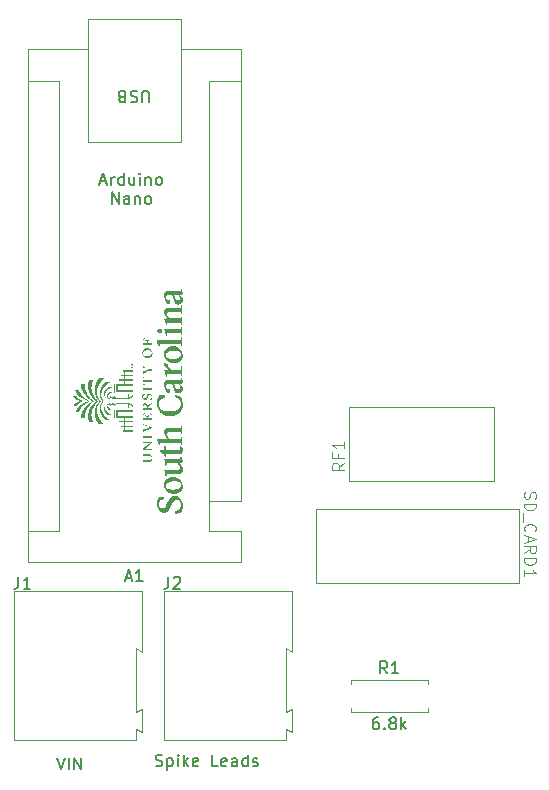
<source format=gbr>
%TF.GenerationSoftware,KiCad,Pcbnew,7.0.10-7.0.10~ubuntu20.04.1*%
%TF.CreationDate,2024-01-10T12:47:59-05:00*%
%TF.ProjectId,spike_PCB,7370696b-655f-4504-9342-2e6b69636164,0*%
%TF.SameCoordinates,Original*%
%TF.FileFunction,Legend,Top*%
%TF.FilePolarity,Positive*%
%FSLAX46Y46*%
G04 Gerber Fmt 4.6, Leading zero omitted, Abs format (unit mm)*
G04 Created by KiCad (PCBNEW 7.0.10-7.0.10~ubuntu20.04.1) date 2024-01-10 12:47:59*
%MOMM*%
%LPD*%
G01*
G04 APERTURE LIST*
%ADD10C,0.150000*%
%ADD11C,0.000000*%
%ADD12C,0.100000*%
%ADD13C,0.120000*%
G04 APERTURE END LIST*
D10*
X225750762Y-144405104D02*
X226226952Y-144405104D01*
X225655524Y-144690819D02*
X225988857Y-143690819D01*
X225988857Y-143690819D02*
X226322190Y-144690819D01*
X226655524Y-144690819D02*
X226655524Y-144024152D01*
X226655524Y-144214628D02*
X226703143Y-144119390D01*
X226703143Y-144119390D02*
X226750762Y-144071771D01*
X226750762Y-144071771D02*
X226846000Y-144024152D01*
X226846000Y-144024152D02*
X226941238Y-144024152D01*
X227703143Y-144690819D02*
X227703143Y-143690819D01*
X227703143Y-144643200D02*
X227607905Y-144690819D01*
X227607905Y-144690819D02*
X227417429Y-144690819D01*
X227417429Y-144690819D02*
X227322191Y-144643200D01*
X227322191Y-144643200D02*
X227274572Y-144595580D01*
X227274572Y-144595580D02*
X227226953Y-144500342D01*
X227226953Y-144500342D02*
X227226953Y-144214628D01*
X227226953Y-144214628D02*
X227274572Y-144119390D01*
X227274572Y-144119390D02*
X227322191Y-144071771D01*
X227322191Y-144071771D02*
X227417429Y-144024152D01*
X227417429Y-144024152D02*
X227607905Y-144024152D01*
X227607905Y-144024152D02*
X227703143Y-144071771D01*
X228607905Y-144024152D02*
X228607905Y-144690819D01*
X228179334Y-144024152D02*
X228179334Y-144547961D01*
X228179334Y-144547961D02*
X228226953Y-144643200D01*
X228226953Y-144643200D02*
X228322191Y-144690819D01*
X228322191Y-144690819D02*
X228465048Y-144690819D01*
X228465048Y-144690819D02*
X228560286Y-144643200D01*
X228560286Y-144643200D02*
X228607905Y-144595580D01*
X229084096Y-144690819D02*
X229084096Y-144024152D01*
X229084096Y-143690819D02*
X229036477Y-143738438D01*
X229036477Y-143738438D02*
X229084096Y-143786057D01*
X229084096Y-143786057D02*
X229131715Y-143738438D01*
X229131715Y-143738438D02*
X229084096Y-143690819D01*
X229084096Y-143690819D02*
X229084096Y-143786057D01*
X229560286Y-144024152D02*
X229560286Y-144690819D01*
X229560286Y-144119390D02*
X229607905Y-144071771D01*
X229607905Y-144071771D02*
X229703143Y-144024152D01*
X229703143Y-144024152D02*
X229846000Y-144024152D01*
X229846000Y-144024152D02*
X229941238Y-144071771D01*
X229941238Y-144071771D02*
X229988857Y-144167009D01*
X229988857Y-144167009D02*
X229988857Y-144690819D01*
X230607905Y-144690819D02*
X230512667Y-144643200D01*
X230512667Y-144643200D02*
X230465048Y-144595580D01*
X230465048Y-144595580D02*
X230417429Y-144500342D01*
X230417429Y-144500342D02*
X230417429Y-144214628D01*
X230417429Y-144214628D02*
X230465048Y-144119390D01*
X230465048Y-144119390D02*
X230512667Y-144071771D01*
X230512667Y-144071771D02*
X230607905Y-144024152D01*
X230607905Y-144024152D02*
X230750762Y-144024152D01*
X230750762Y-144024152D02*
X230846000Y-144071771D01*
X230846000Y-144071771D02*
X230893619Y-144119390D01*
X230893619Y-144119390D02*
X230941238Y-144214628D01*
X230941238Y-144214628D02*
X230941238Y-144500342D01*
X230941238Y-144500342D02*
X230893619Y-144595580D01*
X230893619Y-144595580D02*
X230846000Y-144643200D01*
X230846000Y-144643200D02*
X230750762Y-144690819D01*
X230750762Y-144690819D02*
X230607905Y-144690819D01*
X226703143Y-146300819D02*
X226703143Y-145300819D01*
X226703143Y-145300819D02*
X227274571Y-146300819D01*
X227274571Y-146300819D02*
X227274571Y-145300819D01*
X228179333Y-146300819D02*
X228179333Y-145777009D01*
X228179333Y-145777009D02*
X228131714Y-145681771D01*
X228131714Y-145681771D02*
X228036476Y-145634152D01*
X228036476Y-145634152D02*
X227846000Y-145634152D01*
X227846000Y-145634152D02*
X227750762Y-145681771D01*
X228179333Y-146253200D02*
X228084095Y-146300819D01*
X228084095Y-146300819D02*
X227846000Y-146300819D01*
X227846000Y-146300819D02*
X227750762Y-146253200D01*
X227750762Y-146253200D02*
X227703143Y-146157961D01*
X227703143Y-146157961D02*
X227703143Y-146062723D01*
X227703143Y-146062723D02*
X227750762Y-145967485D01*
X227750762Y-145967485D02*
X227846000Y-145919866D01*
X227846000Y-145919866D02*
X228084095Y-145919866D01*
X228084095Y-145919866D02*
X228179333Y-145872247D01*
X228655524Y-145634152D02*
X228655524Y-146300819D01*
X228655524Y-145729390D02*
X228703143Y-145681771D01*
X228703143Y-145681771D02*
X228798381Y-145634152D01*
X228798381Y-145634152D02*
X228941238Y-145634152D01*
X228941238Y-145634152D02*
X229036476Y-145681771D01*
X229036476Y-145681771D02*
X229084095Y-145777009D01*
X229084095Y-145777009D02*
X229084095Y-146300819D01*
X229703143Y-146300819D02*
X229607905Y-146253200D01*
X229607905Y-146253200D02*
X229560286Y-146205580D01*
X229560286Y-146205580D02*
X229512667Y-146110342D01*
X229512667Y-146110342D02*
X229512667Y-145824628D01*
X229512667Y-145824628D02*
X229560286Y-145729390D01*
X229560286Y-145729390D02*
X229607905Y-145681771D01*
X229607905Y-145681771D02*
X229703143Y-145634152D01*
X229703143Y-145634152D02*
X229846000Y-145634152D01*
X229846000Y-145634152D02*
X229941238Y-145681771D01*
X229941238Y-145681771D02*
X229988857Y-145729390D01*
X229988857Y-145729390D02*
X230036476Y-145824628D01*
X230036476Y-145824628D02*
X230036476Y-146110342D01*
X230036476Y-146110342D02*
X229988857Y-146205580D01*
X229988857Y-146205580D02*
X229941238Y-146253200D01*
X229941238Y-146253200D02*
X229846000Y-146300819D01*
X229846000Y-146300819D02*
X229703143Y-146300819D01*
X230413160Y-193878200D02*
X230556017Y-193925819D01*
X230556017Y-193925819D02*
X230794112Y-193925819D01*
X230794112Y-193925819D02*
X230889350Y-193878200D01*
X230889350Y-193878200D02*
X230936969Y-193830580D01*
X230936969Y-193830580D02*
X230984588Y-193735342D01*
X230984588Y-193735342D02*
X230984588Y-193640104D01*
X230984588Y-193640104D02*
X230936969Y-193544866D01*
X230936969Y-193544866D02*
X230889350Y-193497247D01*
X230889350Y-193497247D02*
X230794112Y-193449628D01*
X230794112Y-193449628D02*
X230603636Y-193402009D01*
X230603636Y-193402009D02*
X230508398Y-193354390D01*
X230508398Y-193354390D02*
X230460779Y-193306771D01*
X230460779Y-193306771D02*
X230413160Y-193211533D01*
X230413160Y-193211533D02*
X230413160Y-193116295D01*
X230413160Y-193116295D02*
X230460779Y-193021057D01*
X230460779Y-193021057D02*
X230508398Y-192973438D01*
X230508398Y-192973438D02*
X230603636Y-192925819D01*
X230603636Y-192925819D02*
X230841731Y-192925819D01*
X230841731Y-192925819D02*
X230984588Y-192973438D01*
X231413160Y-193259152D02*
X231413160Y-194259152D01*
X231413160Y-193306771D02*
X231508398Y-193259152D01*
X231508398Y-193259152D02*
X231698874Y-193259152D01*
X231698874Y-193259152D02*
X231794112Y-193306771D01*
X231794112Y-193306771D02*
X231841731Y-193354390D01*
X231841731Y-193354390D02*
X231889350Y-193449628D01*
X231889350Y-193449628D02*
X231889350Y-193735342D01*
X231889350Y-193735342D02*
X231841731Y-193830580D01*
X231841731Y-193830580D02*
X231794112Y-193878200D01*
X231794112Y-193878200D02*
X231698874Y-193925819D01*
X231698874Y-193925819D02*
X231508398Y-193925819D01*
X231508398Y-193925819D02*
X231413160Y-193878200D01*
X232317922Y-193925819D02*
X232317922Y-193259152D01*
X232317922Y-192925819D02*
X232270303Y-192973438D01*
X232270303Y-192973438D02*
X232317922Y-193021057D01*
X232317922Y-193021057D02*
X232365541Y-192973438D01*
X232365541Y-192973438D02*
X232317922Y-192925819D01*
X232317922Y-192925819D02*
X232317922Y-193021057D01*
X232794112Y-193925819D02*
X232794112Y-192925819D01*
X232889350Y-193544866D02*
X233175064Y-193925819D01*
X233175064Y-193259152D02*
X232794112Y-193640104D01*
X233984588Y-193878200D02*
X233889350Y-193925819D01*
X233889350Y-193925819D02*
X233698874Y-193925819D01*
X233698874Y-193925819D02*
X233603636Y-193878200D01*
X233603636Y-193878200D02*
X233556017Y-193782961D01*
X233556017Y-193782961D02*
X233556017Y-193402009D01*
X233556017Y-193402009D02*
X233603636Y-193306771D01*
X233603636Y-193306771D02*
X233698874Y-193259152D01*
X233698874Y-193259152D02*
X233889350Y-193259152D01*
X233889350Y-193259152D02*
X233984588Y-193306771D01*
X233984588Y-193306771D02*
X234032207Y-193402009D01*
X234032207Y-193402009D02*
X234032207Y-193497247D01*
X234032207Y-193497247D02*
X233556017Y-193592485D01*
X235698874Y-193925819D02*
X235222684Y-193925819D01*
X235222684Y-193925819D02*
X235222684Y-192925819D01*
X236413160Y-193878200D02*
X236317922Y-193925819D01*
X236317922Y-193925819D02*
X236127446Y-193925819D01*
X236127446Y-193925819D02*
X236032208Y-193878200D01*
X236032208Y-193878200D02*
X235984589Y-193782961D01*
X235984589Y-193782961D02*
X235984589Y-193402009D01*
X235984589Y-193402009D02*
X236032208Y-193306771D01*
X236032208Y-193306771D02*
X236127446Y-193259152D01*
X236127446Y-193259152D02*
X236317922Y-193259152D01*
X236317922Y-193259152D02*
X236413160Y-193306771D01*
X236413160Y-193306771D02*
X236460779Y-193402009D01*
X236460779Y-193402009D02*
X236460779Y-193497247D01*
X236460779Y-193497247D02*
X235984589Y-193592485D01*
X237317922Y-193925819D02*
X237317922Y-193402009D01*
X237317922Y-193402009D02*
X237270303Y-193306771D01*
X237270303Y-193306771D02*
X237175065Y-193259152D01*
X237175065Y-193259152D02*
X236984589Y-193259152D01*
X236984589Y-193259152D02*
X236889351Y-193306771D01*
X237317922Y-193878200D02*
X237222684Y-193925819D01*
X237222684Y-193925819D02*
X236984589Y-193925819D01*
X236984589Y-193925819D02*
X236889351Y-193878200D01*
X236889351Y-193878200D02*
X236841732Y-193782961D01*
X236841732Y-193782961D02*
X236841732Y-193687723D01*
X236841732Y-193687723D02*
X236889351Y-193592485D01*
X236889351Y-193592485D02*
X236984589Y-193544866D01*
X236984589Y-193544866D02*
X237222684Y-193544866D01*
X237222684Y-193544866D02*
X237317922Y-193497247D01*
X238222684Y-193925819D02*
X238222684Y-192925819D01*
X238222684Y-193878200D02*
X238127446Y-193925819D01*
X238127446Y-193925819D02*
X237936970Y-193925819D01*
X237936970Y-193925819D02*
X237841732Y-193878200D01*
X237841732Y-193878200D02*
X237794113Y-193830580D01*
X237794113Y-193830580D02*
X237746494Y-193735342D01*
X237746494Y-193735342D02*
X237746494Y-193449628D01*
X237746494Y-193449628D02*
X237794113Y-193354390D01*
X237794113Y-193354390D02*
X237841732Y-193306771D01*
X237841732Y-193306771D02*
X237936970Y-193259152D01*
X237936970Y-193259152D02*
X238127446Y-193259152D01*
X238127446Y-193259152D02*
X238222684Y-193306771D01*
X238651256Y-193878200D02*
X238746494Y-193925819D01*
X238746494Y-193925819D02*
X238936970Y-193925819D01*
X238936970Y-193925819D02*
X239032208Y-193878200D01*
X239032208Y-193878200D02*
X239079827Y-193782961D01*
X239079827Y-193782961D02*
X239079827Y-193735342D01*
X239079827Y-193735342D02*
X239032208Y-193640104D01*
X239032208Y-193640104D02*
X238936970Y-193592485D01*
X238936970Y-193592485D02*
X238794113Y-193592485D01*
X238794113Y-193592485D02*
X238698875Y-193544866D01*
X238698875Y-193544866D02*
X238651256Y-193449628D01*
X238651256Y-193449628D02*
X238651256Y-193402009D01*
X238651256Y-193402009D02*
X238698875Y-193306771D01*
X238698875Y-193306771D02*
X238794113Y-193259152D01*
X238794113Y-193259152D02*
X238936970Y-193259152D01*
X238936970Y-193259152D02*
X239032208Y-193306771D01*
X222062922Y-193179819D02*
X222396255Y-194179819D01*
X222396255Y-194179819D02*
X222729588Y-193179819D01*
X223062922Y-194179819D02*
X223062922Y-193179819D01*
X223539112Y-194179819D02*
X223539112Y-193179819D01*
X223539112Y-193179819D02*
X224110540Y-194179819D01*
X224110540Y-194179819D02*
X224110540Y-193179819D01*
D11*
G36*
X229527794Y-157739847D02*
G01*
X229371113Y-157808162D01*
X229367557Y-158103860D01*
X229687972Y-158103860D01*
X229683258Y-157951883D01*
X229559586Y-157904788D01*
X229559586Y-157855310D01*
X229712732Y-157867058D01*
X229875287Y-157855310D01*
X229875287Y-157904788D01*
X229750414Y-157951883D01*
X229745704Y-158103860D01*
X230070872Y-158103860D01*
X230086171Y-157962521D01*
X230133256Y-157968395D01*
X230129784Y-158183976D01*
X230133256Y-158346536D01*
X230086171Y-158352411D01*
X230070872Y-158252293D01*
X229368737Y-158252293D01*
X229353439Y-158352411D01*
X229306332Y-158346536D01*
X229309825Y-158183976D01*
X229306332Y-157703335D01*
X229527794Y-157691588D01*
X229527794Y-157739847D01*
G37*
G36*
X229748333Y-158524608D02*
G01*
X229770984Y-158526549D01*
X229792943Y-158529279D01*
X229814217Y-158532808D01*
X229834813Y-158537143D01*
X229854737Y-158542292D01*
X229873996Y-158548263D01*
X229892595Y-158555064D01*
X229910541Y-158562704D01*
X229927842Y-158571189D01*
X229944502Y-158580528D01*
X229960530Y-158590729D01*
X229975930Y-158601800D01*
X229990711Y-158613749D01*
X230004877Y-158626584D01*
X230018436Y-158640312D01*
X230031394Y-158654943D01*
X230043758Y-158670484D01*
X230055533Y-158686942D01*
X230066727Y-158704326D01*
X230077346Y-158722644D01*
X230087396Y-158741904D01*
X230096884Y-158762113D01*
X230105817Y-158783281D01*
X230114200Y-158805414D01*
X230122040Y-158828521D01*
X230129344Y-158852609D01*
X230142369Y-158903764D01*
X230153326Y-158958941D01*
X230152812Y-158981775D01*
X230151283Y-159004112D01*
X230148761Y-159025936D01*
X230145267Y-159047233D01*
X230140822Y-159067987D01*
X230135447Y-159088184D01*
X230129163Y-159107809D01*
X230121992Y-159126847D01*
X230113954Y-159145282D01*
X230105072Y-159163101D01*
X230095365Y-159180289D01*
X230084856Y-159196829D01*
X230073565Y-159212708D01*
X230061513Y-159227910D01*
X230048722Y-159242421D01*
X230035213Y-159256226D01*
X230021007Y-159269309D01*
X230006126Y-159281657D01*
X229990589Y-159293253D01*
X229974420Y-159304084D01*
X229957638Y-159314133D01*
X229940264Y-159323387D01*
X229922321Y-159331831D01*
X229903829Y-159339449D01*
X229884810Y-159346226D01*
X229865284Y-159352148D01*
X229845272Y-159357200D01*
X229824797Y-159361367D01*
X229803878Y-159364634D01*
X229782538Y-159366986D01*
X229760797Y-159368408D01*
X229738677Y-159368885D01*
X229698614Y-159367581D01*
X229691272Y-159367342D01*
X229668620Y-159365402D01*
X229646659Y-159362671D01*
X229625384Y-159359142D01*
X229604787Y-159354807D01*
X229584863Y-159349658D01*
X229565604Y-159343687D01*
X229547005Y-159336886D01*
X229529058Y-159329247D01*
X229511758Y-159320762D01*
X229495097Y-159311423D01*
X229479070Y-159301222D01*
X229463670Y-159290151D01*
X229448890Y-159278202D01*
X229434724Y-159265367D01*
X229421165Y-159251639D01*
X229408208Y-159237008D01*
X229395845Y-159221468D01*
X229384070Y-159205010D01*
X229372877Y-159187625D01*
X229362258Y-159169307D01*
X229352209Y-159150048D01*
X229342721Y-159129838D01*
X229333790Y-159108671D01*
X229325407Y-159086538D01*
X229317567Y-159063431D01*
X229310263Y-159039342D01*
X229297239Y-158988188D01*
X229291893Y-158961268D01*
X229356973Y-158961268D01*
X229357405Y-158977000D01*
X229358687Y-158992170D01*
X229360802Y-159006782D01*
X229363729Y-159020841D01*
X229367450Y-159034350D01*
X229371945Y-159047314D01*
X229377197Y-159059736D01*
X229383185Y-159071622D01*
X229389892Y-159082974D01*
X229397297Y-159093797D01*
X229405382Y-159104095D01*
X229414128Y-159113872D01*
X229423516Y-159123132D01*
X229433527Y-159131880D01*
X229444142Y-159140119D01*
X229455342Y-159147853D01*
X229467108Y-159155087D01*
X229479421Y-159161825D01*
X229492262Y-159168071D01*
X229505613Y-159173828D01*
X229519453Y-159179101D01*
X229533765Y-159183894D01*
X229548528Y-159188212D01*
X229563725Y-159192057D01*
X229579336Y-159195435D01*
X229595342Y-159198349D01*
X229611724Y-159200804D01*
X229628464Y-159202803D01*
X229662938Y-159205451D01*
X229698614Y-159206326D01*
X229732236Y-159205404D01*
X229766178Y-159202595D01*
X229800097Y-159197836D01*
X229833649Y-159191062D01*
X229866491Y-159182210D01*
X229898279Y-159171216D01*
X229928669Y-159158017D01*
X229957319Y-159142549D01*
X229970884Y-159133944D01*
X229983885Y-159124748D01*
X229996279Y-159114952D01*
X230008023Y-159104550D01*
X230019075Y-159093533D01*
X230029390Y-159081892D01*
X230038927Y-159069620D01*
X230047642Y-159056710D01*
X230055493Y-159043152D01*
X230062436Y-159028940D01*
X230068429Y-159014065D01*
X230073429Y-158998519D01*
X230077392Y-158982294D01*
X230080276Y-158965382D01*
X230082038Y-158947776D01*
X230082635Y-158929466D01*
X230082200Y-158913738D01*
X230080908Y-158898578D01*
X230078778Y-158883983D01*
X230075829Y-158869946D01*
X230072081Y-158856464D01*
X230067554Y-158843533D01*
X230062267Y-158831148D01*
X230056239Y-158819303D01*
X230049490Y-158807996D01*
X230042038Y-158797221D01*
X230033905Y-158786973D01*
X230025108Y-158777248D01*
X230015667Y-158768042D01*
X230005603Y-158759350D01*
X229994933Y-158751168D01*
X229983678Y-158743490D01*
X229971857Y-158736313D01*
X229959490Y-158729632D01*
X229946595Y-158723442D01*
X229933193Y-158717739D01*
X229919303Y-158712519D01*
X229904943Y-158707776D01*
X229890134Y-158703506D01*
X229874895Y-158699705D01*
X229859245Y-158696368D01*
X229843204Y-158693491D01*
X229826792Y-158691069D01*
X229810027Y-158689097D01*
X229775517Y-158686488D01*
X229739831Y-158685626D01*
X229706989Y-158686522D01*
X229673654Y-158689257D01*
X229640184Y-158693905D01*
X229606942Y-158700537D01*
X229574287Y-158709226D01*
X229542581Y-158720044D01*
X229512183Y-158733064D01*
X229483454Y-158748358D01*
X229469828Y-158756881D01*
X229456754Y-158765999D01*
X229444278Y-158775722D01*
X229432445Y-158786058D01*
X229421299Y-158797018D01*
X229410886Y-158808609D01*
X229401251Y-158820842D01*
X229392439Y-158833724D01*
X229384495Y-158847266D01*
X229377464Y-158861475D01*
X229371390Y-158876362D01*
X229366320Y-158891934D01*
X229362299Y-158908202D01*
X229359370Y-158925175D01*
X229357580Y-158942860D01*
X229356973Y-158961268D01*
X229291893Y-158961268D01*
X229286282Y-158933011D01*
X229286796Y-158910172D01*
X229288324Y-158887831D01*
X229290846Y-158866003D01*
X229294339Y-158844703D01*
X229298783Y-158823947D01*
X229304156Y-158803748D01*
X229310438Y-158784121D01*
X229317608Y-158765082D01*
X229325643Y-158746646D01*
X229334524Y-158728826D01*
X229344229Y-158711639D01*
X229354736Y-158695099D01*
X229366025Y-158679220D01*
X229378075Y-158664019D01*
X229390864Y-158649509D01*
X229404371Y-158635705D01*
X229418576Y-158622623D01*
X229433456Y-158610277D01*
X229448992Y-158598682D01*
X229465161Y-158587853D01*
X229481943Y-158577805D01*
X229499316Y-158568552D01*
X229517260Y-158560110D01*
X229535753Y-158552494D01*
X229554774Y-158545718D01*
X229574301Y-158539797D01*
X229594315Y-158534747D01*
X229614794Y-158530581D01*
X229635715Y-158527315D01*
X229657060Y-158524964D01*
X229678805Y-158523542D01*
X229700931Y-158523065D01*
X229748333Y-158524608D01*
G37*
G36*
X229365239Y-160026902D02*
G01*
X229810527Y-160280216D01*
X229810527Y-160280217D01*
X230070872Y-160278999D01*
X230086171Y-160147079D01*
X230133256Y-160152953D01*
X230129785Y-160353243D01*
X230133256Y-160558190D01*
X230086171Y-160564116D01*
X230070872Y-160427433D01*
X229806993Y-160427433D01*
X229366398Y-160687782D01*
X229352259Y-160773772D01*
X229306332Y-160767898D01*
X229309825Y-160600628D01*
X229306332Y-160436851D01*
X229352259Y-160430977D01*
X229367557Y-160525221D01*
X229699774Y-160328477D01*
X229750415Y-160322603D01*
X229367557Y-160117656D01*
X229352259Y-160214230D01*
X229306332Y-160208302D01*
X229309825Y-160072888D01*
X229306332Y-159946788D01*
X229352259Y-159940914D01*
X229365239Y-160026902D01*
G37*
G36*
X229527794Y-161000889D02*
G01*
X229371112Y-161056294D01*
X229368737Y-161218852D01*
X230070872Y-161218852D01*
X230086171Y-161088096D01*
X230133256Y-161093970D01*
X230129785Y-161293042D01*
X230133256Y-161496825D01*
X230086171Y-161502751D01*
X230070872Y-161367285D01*
X229368737Y-161367285D01*
X229371112Y-161529844D01*
X229527794Y-161586413D01*
X229527794Y-161638218D01*
X229306332Y-161638218D01*
X229309824Y-161290714D01*
X229306332Y-160947919D01*
X229527794Y-160947919D01*
X229527794Y-161000889D01*
G37*
G36*
X230133256Y-161831046D02*
G01*
X230129785Y-161999479D01*
X230133256Y-162167966D01*
X230084949Y-162173840D01*
X230069655Y-162073668D01*
X229368737Y-162073668D01*
X229353439Y-162173840D01*
X229306332Y-162167966D01*
X229309825Y-161999479D01*
X229306332Y-161831046D01*
X229353439Y-161825172D01*
X229368737Y-161925290D01*
X230069655Y-161925290D01*
X230084949Y-161825120D01*
X230133256Y-161831046D01*
G37*
G36*
X229897174Y-162357988D02*
G01*
X229908329Y-162358783D01*
X229919331Y-162360117D01*
X229930176Y-162361998D01*
X229940859Y-162364432D01*
X229951377Y-162367427D01*
X229961725Y-162370991D01*
X229971900Y-162375130D01*
X229981897Y-162379853D01*
X229991712Y-162385166D01*
X230001340Y-162391077D01*
X230010779Y-162397593D01*
X230020024Y-162404722D01*
X230029070Y-162412471D01*
X230037914Y-162420847D01*
X230046552Y-162429857D01*
X230054979Y-162439510D01*
X230063191Y-162449812D01*
X230071185Y-162460770D01*
X230078955Y-162472393D01*
X230086499Y-162484687D01*
X230093811Y-162497659D01*
X230100889Y-162511318D01*
X230107727Y-162525670D01*
X230114322Y-162540723D01*
X230120669Y-162556485D01*
X230126765Y-162572961D01*
X230132605Y-162590161D01*
X230138185Y-162608091D01*
X230143502Y-162626758D01*
X230148550Y-162646171D01*
X230153326Y-162666335D01*
X230152957Y-162685280D01*
X230151865Y-162703687D01*
X230150072Y-162721573D01*
X230147601Y-162738952D01*
X230144474Y-162755840D01*
X230140713Y-162772254D01*
X230136342Y-162788209D01*
X230131382Y-162803720D01*
X230125855Y-162818803D01*
X230119785Y-162833474D01*
X230113194Y-162847749D01*
X230106104Y-162861642D01*
X230098538Y-162875170D01*
X230090518Y-162888349D01*
X230082066Y-162901194D01*
X230073206Y-162913720D01*
X229900009Y-162939650D01*
X229900009Y-162848950D01*
X230003736Y-162808893D01*
X230003737Y-162808893D01*
X230011578Y-162801766D01*
X230019189Y-162794114D01*
X230026530Y-162785963D01*
X230033565Y-162777339D01*
X230040255Y-162768267D01*
X230046562Y-162758774D01*
X230052448Y-162748885D01*
X230057876Y-162738626D01*
X230062808Y-162728023D01*
X230067204Y-162717101D01*
X230071029Y-162705887D01*
X230074243Y-162694407D01*
X230076809Y-162682685D01*
X230078689Y-162670749D01*
X230079845Y-162658623D01*
X230080139Y-162652497D01*
X230080238Y-162646333D01*
X230080074Y-162637821D01*
X230079583Y-162629519D01*
X230078773Y-162621433D01*
X230077649Y-162613565D01*
X230076216Y-162605921D01*
X230074479Y-162598503D01*
X230072445Y-162591316D01*
X230070120Y-162584364D01*
X230067507Y-162577649D01*
X230064615Y-162571177D01*
X230061447Y-162564951D01*
X230058009Y-162558976D01*
X230054308Y-162553253D01*
X230050348Y-162547789D01*
X230046136Y-162542586D01*
X230041676Y-162537649D01*
X230036975Y-162532980D01*
X230032038Y-162528585D01*
X230026871Y-162524467D01*
X230021479Y-162520630D01*
X230015868Y-162517078D01*
X230010044Y-162513814D01*
X230004011Y-162510843D01*
X229997777Y-162508168D01*
X229991345Y-162505793D01*
X229984723Y-162503723D01*
X229977915Y-162501960D01*
X229970927Y-162500509D01*
X229963765Y-162499374D01*
X229956435Y-162498558D01*
X229948941Y-162498066D01*
X229941290Y-162497901D01*
X229934843Y-162498032D01*
X229928539Y-162498421D01*
X229922376Y-162499066D01*
X229916351Y-162499963D01*
X229910463Y-162501108D01*
X229904709Y-162502498D01*
X229899087Y-162504130D01*
X229893596Y-162506000D01*
X229888232Y-162508104D01*
X229882994Y-162510440D01*
X229877879Y-162513004D01*
X229872886Y-162515791D01*
X229868012Y-162518800D01*
X229863255Y-162522026D01*
X229858613Y-162525465D01*
X229854084Y-162529115D01*
X229845355Y-162537033D01*
X229837051Y-162545751D01*
X229829155Y-162555241D01*
X229821649Y-162565477D01*
X229814517Y-162576429D01*
X229807740Y-162588071D01*
X229801303Y-162600375D01*
X229795186Y-162613313D01*
X229729189Y-162755871D01*
X229721274Y-162772590D01*
X229712953Y-162788694D01*
X229704181Y-162804118D01*
X229694910Y-162818798D01*
X229685095Y-162832671D01*
X229674687Y-162845673D01*
X229663640Y-162857740D01*
X229651909Y-162868807D01*
X229645772Y-162873947D01*
X229639446Y-162878812D01*
X229632925Y-162883396D01*
X229626204Y-162887690D01*
X229619277Y-162891687D01*
X229612137Y-162895378D01*
X229604780Y-162898755D01*
X229597199Y-162901811D01*
X229589388Y-162904537D01*
X229581342Y-162906925D01*
X229573054Y-162908968D01*
X229564520Y-162910658D01*
X229555732Y-162911985D01*
X229546686Y-162912944D01*
X229537375Y-162913525D01*
X229527794Y-162913720D01*
X229516641Y-162913417D01*
X229505716Y-162912510D01*
X229495021Y-162911002D01*
X229484555Y-162908898D01*
X229474318Y-162906199D01*
X229464311Y-162902911D01*
X229454535Y-162899036D01*
X229444990Y-162894578D01*
X229435676Y-162889539D01*
X229426594Y-162883925D01*
X229417744Y-162877737D01*
X229409127Y-162870981D01*
X229400743Y-162863658D01*
X229392592Y-162855772D01*
X229384675Y-162847328D01*
X229376992Y-162838327D01*
X229369544Y-162828775D01*
X229362332Y-162818674D01*
X229355355Y-162808027D01*
X229348613Y-162796839D01*
X229342109Y-162785112D01*
X229335841Y-162772850D01*
X229329810Y-162760057D01*
X229324017Y-162746735D01*
X229318463Y-162732889D01*
X229313146Y-162718522D01*
X229303231Y-162688238D01*
X229294275Y-162655910D01*
X229286282Y-162621567D01*
X229286583Y-162606685D01*
X229287478Y-162591658D01*
X229288953Y-162576536D01*
X229290994Y-162561370D01*
X229293587Y-162546211D01*
X229296718Y-162531107D01*
X229300374Y-162516109D01*
X229304541Y-162501268D01*
X229309204Y-162486633D01*
X229314350Y-162472255D01*
X229319966Y-162458184D01*
X229326036Y-162444469D01*
X229332549Y-162431162D01*
X229339489Y-162418312D01*
X229346843Y-162405970D01*
X229354597Y-162394185D01*
X229524237Y-162394185D01*
X229524237Y-162463718D01*
X229417039Y-162497901D01*
X229410931Y-162503752D01*
X229404993Y-162509852D01*
X229399254Y-162516228D01*
X229393746Y-162522910D01*
X229388499Y-162529924D01*
X229383546Y-162537297D01*
X229378917Y-162545057D01*
X229374643Y-162553232D01*
X229370756Y-162561849D01*
X229368967Y-162566332D01*
X229367286Y-162570936D01*
X229365717Y-162575664D01*
X229364264Y-162580520D01*
X229362932Y-162585507D01*
X229361723Y-162590628D01*
X229360641Y-162595888D01*
X229359691Y-162601289D01*
X229358877Y-162606835D01*
X229358202Y-162612530D01*
X229357670Y-162618376D01*
X229357286Y-162624377D01*
X229357052Y-162630538D01*
X229356973Y-162636860D01*
X229357114Y-162645143D01*
X229357533Y-162653203D01*
X229358225Y-162661037D01*
X229359186Y-162668642D01*
X229360409Y-162676016D01*
X229361891Y-162683157D01*
X229363627Y-162690061D01*
X229365610Y-162696726D01*
X229367837Y-162703150D01*
X229370302Y-162709329D01*
X229373001Y-162715262D01*
X229375928Y-162720945D01*
X229379079Y-162726376D01*
X229382448Y-162731553D01*
X229386031Y-162736473D01*
X229389822Y-162741133D01*
X229393816Y-162745531D01*
X229398010Y-162749664D01*
X229402396Y-162753529D01*
X229406972Y-162757124D01*
X229411731Y-162760447D01*
X229416669Y-162763494D01*
X229421780Y-162766263D01*
X229427060Y-162768752D01*
X229432504Y-162770958D01*
X229438106Y-162772878D01*
X229443863Y-162774510D01*
X229449768Y-162775851D01*
X229455817Y-162776898D01*
X229462004Y-162777650D01*
X229468326Y-162778103D01*
X229474776Y-162778254D01*
X229480236Y-162778134D01*
X229485573Y-162777776D01*
X229490791Y-162777185D01*
X229495891Y-162776363D01*
X229500876Y-162775316D01*
X229505747Y-162774046D01*
X229510507Y-162772558D01*
X229515158Y-162770856D01*
X229519702Y-162768943D01*
X229524141Y-162766823D01*
X229528478Y-162764501D01*
X229532714Y-162761980D01*
X229536852Y-162759263D01*
X229540894Y-162756356D01*
X229544842Y-162753261D01*
X229548698Y-162749983D01*
X229556142Y-162742892D01*
X229563245Y-162735114D01*
X229570023Y-162726680D01*
X229576494Y-162717621D01*
X229582674Y-162707968D01*
X229588581Y-162697752D01*
X229594232Y-162687003D01*
X229599644Y-162675754D01*
X229664425Y-162532032D01*
X229674242Y-162512010D01*
X229684290Y-162493043D01*
X229694634Y-162475167D01*
X229705339Y-162458414D01*
X229716471Y-162442822D01*
X229728096Y-162428423D01*
X229740280Y-162415252D01*
X229753087Y-162403345D01*
X229759745Y-162397877D01*
X229766583Y-162392736D01*
X229773610Y-162387929D01*
X229780834Y-162383460D01*
X229788264Y-162379332D01*
X229795906Y-162375551D01*
X229803771Y-162372119D01*
X229811864Y-162369043D01*
X229820196Y-162366326D01*
X229828774Y-162363972D01*
X229837607Y-162361986D01*
X229846701Y-162360372D01*
X229856067Y-162359135D01*
X229865711Y-162358278D01*
X229875643Y-162357807D01*
X229885870Y-162357725D01*
X229897174Y-162357988D01*
G37*
G36*
X230133256Y-163066913D02*
G01*
X230129785Y-163177668D01*
X230133256Y-163265986D01*
X229768089Y-163506333D01*
X229755130Y-163520462D01*
X229755130Y-163591159D01*
X229755129Y-163591160D01*
X230070872Y-163591160D01*
X230086171Y-163495751D01*
X230133256Y-163501624D01*
X230129785Y-163665348D01*
X230133256Y-163833834D01*
X230086171Y-163839708D01*
X230070872Y-163739590D01*
X229695063Y-163739590D01*
X229368737Y-163739590D01*
X229353439Y-163839708D01*
X229306333Y-163833834D01*
X229309825Y-163665348D01*
X229307171Y-163486279D01*
X229359307Y-163486279D01*
X229367558Y-163591160D01*
X229695063Y-163591160D01*
X229695063Y-163511043D01*
X229694857Y-163500981D01*
X229694244Y-163491120D01*
X229693229Y-163481468D01*
X229691821Y-163472032D01*
X229690025Y-163462820D01*
X229687848Y-163453840D01*
X229685297Y-163445100D01*
X229682379Y-163436608D01*
X229679100Y-163428371D01*
X229675468Y-163420397D01*
X229671488Y-163412694D01*
X229667167Y-163405270D01*
X229662512Y-163398132D01*
X229657531Y-163391288D01*
X229652229Y-163384746D01*
X229646613Y-163378514D01*
X229640690Y-163372599D01*
X229634466Y-163367010D01*
X229627949Y-163361754D01*
X229621145Y-163356838D01*
X229614061Y-163352271D01*
X229606703Y-163348061D01*
X229599078Y-163344214D01*
X229591193Y-163340740D01*
X229583055Y-163337645D01*
X229574669Y-163334938D01*
X229566044Y-163332625D01*
X229557185Y-163330716D01*
X229548099Y-163329218D01*
X229538794Y-163328138D01*
X229529275Y-163327484D01*
X229519549Y-163327264D01*
X229509767Y-163327467D01*
X229500294Y-163328067D01*
X229491132Y-163329057D01*
X229482280Y-163330427D01*
X229473737Y-163332168D01*
X229465503Y-163334271D01*
X229457579Y-163336727D01*
X229449964Y-163339527D01*
X229442657Y-163342662D01*
X229435659Y-163346122D01*
X229428969Y-163349899D01*
X229422587Y-163353984D01*
X229416513Y-163358367D01*
X229410747Y-163363039D01*
X229405288Y-163367992D01*
X229400136Y-163373216D01*
X229395291Y-163378702D01*
X229390753Y-163384441D01*
X229386521Y-163390424D01*
X229382596Y-163396642D01*
X229378977Y-163403086D01*
X229375664Y-163409747D01*
X229372656Y-163416615D01*
X229369954Y-163423682D01*
X229367557Y-163430939D01*
X229365465Y-163438376D01*
X229363678Y-163445984D01*
X229362196Y-163453755D01*
X229361018Y-163461679D01*
X229360144Y-163469747D01*
X229359307Y-163486279D01*
X229307171Y-163486279D01*
X229306333Y-163429763D01*
X229306919Y-163402325D01*
X229309136Y-163375757D01*
X229312984Y-163350184D01*
X229318463Y-163325728D01*
X229325572Y-163302514D01*
X229334310Y-163280668D01*
X229339291Y-163270296D01*
X229344678Y-163260312D01*
X229350474Y-163250732D01*
X229356676Y-163241571D01*
X229363286Y-163232846D01*
X229370303Y-163224570D01*
X229377727Y-163216761D01*
X229385558Y-163209433D01*
X229393796Y-163202602D01*
X229402442Y-163196283D01*
X229411494Y-163190493D01*
X229420954Y-163185246D01*
X229430821Y-163180558D01*
X229441094Y-163176445D01*
X229451774Y-163172922D01*
X229462862Y-163170005D01*
X229474356Y-163167709D01*
X229486257Y-163166050D01*
X229498565Y-163165043D01*
X229511279Y-163164704D01*
X229523349Y-163165056D01*
X229535045Y-163166098D01*
X229546371Y-163167809D01*
X229557333Y-163170168D01*
X229567937Y-163173155D01*
X229578186Y-163176748D01*
X229588088Y-163180927D01*
X229597645Y-163185670D01*
X229606865Y-163190956D01*
X229615751Y-163196766D01*
X229624310Y-163203077D01*
X229632546Y-163209869D01*
X229640464Y-163217121D01*
X229648070Y-163224811D01*
X229655369Y-163232920D01*
X229662366Y-163241427D01*
X229669065Y-163250309D01*
X229675474Y-163259547D01*
X229681595Y-163269119D01*
X229687436Y-163279004D01*
X229698293Y-163299633D01*
X229708087Y-163321264D01*
X229716858Y-163343730D01*
X229724649Y-163366865D01*
X229731501Y-163390501D01*
X229737455Y-163414470D01*
X229790478Y-163313135D01*
X230069655Y-163122317D01*
X230087325Y-163062203D01*
X230133256Y-163066913D01*
G37*
G36*
X230133256Y-164056562D02*
G01*
X230129785Y-164537204D01*
X230133256Y-164699763D01*
X230086171Y-164705637D01*
X230070872Y-164605518D01*
X229368737Y-164605518D01*
X229353439Y-164705637D01*
X229306333Y-164699763D01*
X229309825Y-164537204D01*
X229306333Y-164056562D01*
X229306332Y-164056562D01*
X229524238Y-164044815D01*
X229524238Y-164093074D01*
X229371113Y-164161390D01*
X229367557Y-164457089D01*
X229671516Y-164457089D01*
X229666805Y-164305165D01*
X229541912Y-164258016D01*
X229541912Y-164208539D01*
X229695063Y-164220340D01*
X229857613Y-164208539D01*
X229857613Y-164258016D01*
X229732746Y-164305165D01*
X229728031Y-164457089D01*
X230072053Y-164457089D01*
X230068497Y-164148479D01*
X229909477Y-164069527D01*
X229909477Y-164016504D01*
X230133256Y-164056562D01*
G37*
G36*
X229367557Y-164922489D02*
G01*
X230122673Y-165209932D01*
X230150951Y-165302960D01*
X229367557Y-165601040D01*
X229353439Y-165687029D01*
X229306332Y-165681103D01*
X229309825Y-165498540D01*
X229306332Y-165348945D01*
X229353439Y-165343071D01*
X229368737Y-165437263D01*
X229930643Y-165235810D01*
X230001335Y-165232317D01*
X229368737Y-165008479D01*
X229353439Y-165106269D01*
X229306332Y-165100343D01*
X229309825Y-164967256D01*
X229306332Y-164844754D01*
X229353439Y-164838828D01*
X229367557Y-164922489D01*
G37*
G36*
X230133256Y-165874144D02*
G01*
X230129785Y-166042630D01*
X230133256Y-166211063D01*
X230084949Y-166216937D01*
X230069655Y-166116818D01*
X229368737Y-166116818D01*
X229353439Y-166216937D01*
X229306332Y-166211063D01*
X229309825Y-166042630D01*
X229306332Y-165874144D01*
X229353439Y-165868270D01*
X229368737Y-165968388D01*
X230069655Y-165968388D01*
X230084949Y-165868270D01*
X230133256Y-165874144D01*
G37*
G36*
X229368737Y-166503111D02*
G01*
X230134436Y-166503111D01*
X230134436Y-166583227D01*
X229523084Y-167022646D01*
X229430004Y-167046194D01*
X230070872Y-167046194D01*
X230086171Y-166951949D01*
X230133256Y-166956659D01*
X230129785Y-167083871D01*
X230133256Y-167222883D01*
X230086171Y-167228778D01*
X230070872Y-167128639D01*
X229374648Y-167128639D01*
X229353439Y-167225264D01*
X229306332Y-167219391D01*
X229309825Y-167115674D01*
X229306332Y-167010847D01*
X229845834Y-166613866D01*
X229929485Y-166585608D01*
X229368737Y-166585608D01*
X229353439Y-166679853D01*
X229306332Y-166675144D01*
X229309825Y-166547878D01*
X229306332Y-166408866D01*
X229353439Y-166402993D01*
X229368737Y-166503111D01*
G37*
G36*
X229368737Y-167513533D02*
G01*
X229839939Y-167513533D01*
X229868279Y-167514292D01*
X229895435Y-167516674D01*
X229921412Y-167520841D01*
X229933959Y-167523644D01*
X229946212Y-167526953D01*
X229958172Y-167530789D01*
X229969839Y-167535170D01*
X229981213Y-167540118D01*
X229992296Y-167545653D01*
X230003087Y-167551794D01*
X230013588Y-167558562D01*
X230023797Y-167565976D01*
X230033717Y-167574058D01*
X230043347Y-167582825D01*
X230052687Y-167592300D01*
X230061739Y-167602501D01*
X230070502Y-167613450D01*
X230078977Y-167625165D01*
X230087165Y-167637667D01*
X230095066Y-167650976D01*
X230102680Y-167665113D01*
X230110008Y-167680096D01*
X230117050Y-167695947D01*
X230123807Y-167712685D01*
X230130279Y-167730330D01*
X230136466Y-167748903D01*
X230142370Y-167768423D01*
X230147990Y-167788910D01*
X230153327Y-167810385D01*
X230152960Y-167833111D01*
X230151866Y-167854910D01*
X230150057Y-167875798D01*
X230147545Y-167895787D01*
X230144342Y-167914891D01*
X230140460Y-167933123D01*
X230135910Y-167950497D01*
X230130705Y-167967025D01*
X230124856Y-167982722D01*
X230118375Y-167997600D01*
X230111275Y-168011673D01*
X230103566Y-168024955D01*
X230095260Y-168037458D01*
X230086371Y-168049197D01*
X230076909Y-168060184D01*
X230066886Y-168070432D01*
X230056314Y-168079956D01*
X230045205Y-168088769D01*
X230033572Y-168096884D01*
X230021424Y-168104314D01*
X230008776Y-168111072D01*
X229995638Y-168117173D01*
X229982022Y-168122629D01*
X229967940Y-168127455D01*
X229953404Y-168131662D01*
X229938427Y-168135265D01*
X229907192Y-168140712D01*
X229874331Y-168143901D01*
X229839939Y-168144940D01*
X229368737Y-168144940D01*
X229353439Y-168245085D01*
X229306332Y-168239196D01*
X229309825Y-168077800D01*
X229306332Y-167904646D01*
X229353439Y-167898751D01*
X229368737Y-167991810D01*
X229850523Y-167991810D01*
X229876762Y-167991090D01*
X229901559Y-167988922D01*
X229924879Y-167985294D01*
X229946688Y-167980194D01*
X229957015Y-167977089D01*
X229966951Y-167973610D01*
X229976492Y-167969758D01*
X229985634Y-167965530D01*
X229994372Y-167960926D01*
X230002701Y-167955942D01*
X230010619Y-167950579D01*
X230018119Y-167944834D01*
X230025198Y-167938706D01*
X230031853Y-167932194D01*
X230038077Y-167925295D01*
X230043867Y-167918009D01*
X230049219Y-167910334D01*
X230054128Y-167902269D01*
X230058590Y-167893811D01*
X230062601Y-167884960D01*
X230066156Y-167875714D01*
X230069252Y-167866071D01*
X230071883Y-167856030D01*
X230074045Y-167845590D01*
X230075734Y-167834748D01*
X230076946Y-167823504D01*
X230077676Y-167811856D01*
X230077921Y-167799802D01*
X230077676Y-167788589D01*
X230076945Y-167777703D01*
X230075731Y-167767144D01*
X230074038Y-167756916D01*
X230071869Y-167747020D01*
X230069229Y-167737459D01*
X230066120Y-167728233D01*
X230062547Y-167719345D01*
X230058513Y-167710797D01*
X230054022Y-167702591D01*
X230049077Y-167694729D01*
X230043683Y-167687212D01*
X230037843Y-167680044D01*
X230031560Y-167673225D01*
X230024839Y-167666757D01*
X230017682Y-167660643D01*
X230010095Y-167654885D01*
X230002080Y-167649484D01*
X229993640Y-167644442D01*
X229984781Y-167639762D01*
X229975505Y-167635445D01*
X229965816Y-167631493D01*
X229955718Y-167627908D01*
X229945214Y-167624693D01*
X229934309Y-167621848D01*
X229923005Y-167619376D01*
X229911307Y-167617280D01*
X229899219Y-167615560D01*
X229886743Y-167614219D01*
X229873883Y-167613258D01*
X229860644Y-167612681D01*
X229847029Y-167612488D01*
X229368737Y-167612488D01*
X229353439Y-167714993D01*
X229353439Y-167714992D01*
X229306332Y-167709081D01*
X229309825Y-167558306D01*
X229306332Y-167421654D01*
X229353439Y-167415743D01*
X229368737Y-167513533D01*
G37*
G36*
X228350832Y-159898792D02*
G01*
X228467932Y-159898792D01*
X228470514Y-159882494D01*
X228481266Y-159883605D01*
X228480541Y-159915090D01*
X228481266Y-159947686D01*
X228470514Y-159948850D01*
X228467932Y-159931758D01*
X228374502Y-159931758D01*
X228349695Y-159928477D01*
X228480912Y-159979595D01*
X228480912Y-160000337D01*
X228376359Y-160043358D01*
X228351144Y-160049654D01*
X228467932Y-160049654D01*
X228470514Y-160032933D01*
X228481266Y-160034097D01*
X228480541Y-160058174D01*
X228481266Y-160082251D01*
X228470514Y-160083367D01*
X228467932Y-160066699D01*
X228350832Y-160066699D01*
X228348250Y-160083738D01*
X228337809Y-160082627D01*
X228338598Y-160061831D01*
X228337809Y-160025583D01*
X228437547Y-159984042D01*
X228455697Y-159984042D01*
X228337809Y-159938057D01*
X228338598Y-159907683D01*
X228337809Y-159883235D01*
X228348250Y-159882124D01*
X228350832Y-159898792D01*
G37*
G36*
X228380804Y-160105961D02*
G01*
X228351145Y-160117074D01*
X228350420Y-160144167D01*
X228467932Y-160144167D01*
X228470514Y-160120832D01*
X228481266Y-160121890D01*
X228480542Y-160161154D01*
X228481266Y-160201213D01*
X228470514Y-160202377D01*
X228467932Y-160178246D01*
X228350420Y-160178246D01*
X228351145Y-160205657D01*
X228380804Y-160216399D01*
X228380804Y-160227881D01*
X228337809Y-160227881D01*
X228338598Y-160160094D01*
X228337809Y-160094848D01*
X228380804Y-160094848D01*
X228380804Y-160105961D01*
G37*
G36*
X231305524Y-167158113D02*
G01*
X232298147Y-167158113D01*
X232316198Y-167157609D01*
X232333919Y-167156067D01*
X232351195Y-167153443D01*
X232367910Y-167149692D01*
X232376022Y-167147380D01*
X232383951Y-167144770D01*
X232391682Y-167141856D01*
X232399201Y-167138632D01*
X232406493Y-167135094D01*
X232413545Y-167131235D01*
X232420341Y-167127050D01*
X232426868Y-167122533D01*
X232433111Y-167117679D01*
X232439055Y-167112483D01*
X232444687Y-167106938D01*
X232449991Y-167101039D01*
X232454954Y-167094781D01*
X232459561Y-167088158D01*
X232463797Y-167081164D01*
X232467649Y-167073794D01*
X232471101Y-167066043D01*
X232474140Y-167057905D01*
X232476751Y-167049374D01*
X232478919Y-167040444D01*
X232480631Y-167031111D01*
X232481871Y-167021368D01*
X232482626Y-167011211D01*
X232482881Y-167000633D01*
X232482651Y-166987541D01*
X232481972Y-166974737D01*
X232480857Y-166962192D01*
X232479322Y-166949875D01*
X232477380Y-166937758D01*
X232475046Y-166925811D01*
X232472335Y-166914004D01*
X232469261Y-166902307D01*
X232465838Y-166890692D01*
X232462082Y-166879129D01*
X232458005Y-166867588D01*
X232453623Y-166856039D01*
X232444002Y-166832802D01*
X232433333Y-166809180D01*
X232594378Y-166829024D01*
X232731216Y-167079373D01*
X232729920Y-167134576D01*
X232725958Y-167185542D01*
X232722943Y-167209465D01*
X232719219Y-167232365D01*
X232714774Y-167254251D01*
X232709593Y-167275137D01*
X232703662Y-167295033D01*
X232696967Y-167313951D01*
X232689495Y-167331904D01*
X232681232Y-167348902D01*
X232672164Y-167364957D01*
X232662276Y-167380081D01*
X232651556Y-167394286D01*
X232639989Y-167407583D01*
X232627562Y-167419984D01*
X232614260Y-167431501D01*
X232600070Y-167442145D01*
X232584977Y-167451927D01*
X232568969Y-167460860D01*
X232552030Y-167468955D01*
X232534148Y-167476224D01*
X232515308Y-167482678D01*
X232495497Y-167488329D01*
X232474700Y-167493189D01*
X232452904Y-167497269D01*
X232430095Y-167500582D01*
X232406259Y-167503138D01*
X232381382Y-167504949D01*
X232328451Y-167506384D01*
X231305524Y-167506384D01*
X231305524Y-167748991D01*
X231254036Y-167748991D01*
X231138942Y-167636941D01*
X231138942Y-167500325D01*
X230993585Y-167500325D01*
X230784670Y-167267164D01*
X230784670Y-167161130D01*
X231157151Y-167161130D01*
X231157151Y-166809180D01*
X231305524Y-166809180D01*
X231305524Y-167158113D01*
G37*
G36*
X232731216Y-153915984D02*
G01*
X232470746Y-154012927D01*
X232731216Y-154367204D01*
X232729456Y-154416795D01*
X232724231Y-154464375D01*
X232720346Y-154487360D01*
X232715626Y-154509781D01*
X232710082Y-154531617D01*
X232703725Y-154552848D01*
X232696565Y-154573453D01*
X232688612Y-154593412D01*
X232679878Y-154612705D01*
X232670372Y-154631310D01*
X232660105Y-154649207D01*
X232649088Y-154666376D01*
X232637332Y-154682797D01*
X232624846Y-154698448D01*
X232611641Y-154713310D01*
X232597728Y-154727361D01*
X232583118Y-154740582D01*
X232567820Y-154752951D01*
X232551846Y-154764449D01*
X232535205Y-154775054D01*
X232517910Y-154784747D01*
X232499969Y-154793506D01*
X232481393Y-154801312D01*
X232462194Y-154808143D01*
X232442382Y-154813980D01*
X232421966Y-154818802D01*
X232400958Y-154822587D01*
X232379368Y-154825317D01*
X232357207Y-154826970D01*
X232334486Y-154827525D01*
X232312688Y-154826997D01*
X232292112Y-154825473D01*
X232291562Y-154825432D01*
X232271066Y-154822856D01*
X232251160Y-154819295D01*
X232231805Y-154814776D01*
X232212960Y-154809325D01*
X232194586Y-154802970D01*
X232176642Y-154795736D01*
X232159088Y-154787649D01*
X232141885Y-154778738D01*
X232124991Y-154769027D01*
X232108368Y-154758543D01*
X232091974Y-154747314D01*
X232075771Y-154735365D01*
X232059718Y-154722723D01*
X232043774Y-154709415D01*
X231822684Y-154031077D01*
X231949890Y-154031077D01*
X232107380Y-154415674D01*
X232116711Y-154423871D01*
X232126502Y-154431443D01*
X232136719Y-154438404D01*
X232147325Y-154444767D01*
X232158286Y-154450546D01*
X232169565Y-154455752D01*
X232181128Y-154460401D01*
X232192940Y-154464504D01*
X232204964Y-154468075D01*
X232217165Y-154471127D01*
X232229508Y-154473674D01*
X232241958Y-154475728D01*
X232254478Y-154477302D01*
X232267034Y-154478410D01*
X232279591Y-154479066D01*
X232292112Y-154479281D01*
X232306022Y-154479036D01*
X232319372Y-154478309D01*
X232332171Y-154477120D01*
X232344425Y-154475483D01*
X232356142Y-154473415D01*
X232367330Y-154470934D01*
X232377998Y-154468056D01*
X232388151Y-154464797D01*
X232397800Y-154461174D01*
X232406950Y-154457204D01*
X232415611Y-154452904D01*
X232423789Y-154448289D01*
X232431492Y-154443378D01*
X232438729Y-154438185D01*
X232445506Y-154432729D01*
X232451833Y-154427025D01*
X232457716Y-154421091D01*
X232463163Y-154414943D01*
X232468182Y-154408597D01*
X232472781Y-154402071D01*
X232476967Y-154395380D01*
X232480748Y-154388542D01*
X232487128Y-154374491D01*
X232491983Y-154360049D01*
X232495373Y-154345350D01*
X232497362Y-154330528D01*
X232498011Y-154315716D01*
X232497528Y-154301671D01*
X232496136Y-154287928D01*
X232493919Y-154274503D01*
X232490961Y-154261414D01*
X232487346Y-154248680D01*
X232483160Y-154236317D01*
X232478485Y-154224344D01*
X232473408Y-154212779D01*
X232468010Y-154201639D01*
X232462378Y-154190942D01*
X232456595Y-154180707D01*
X232450746Y-154170950D01*
X232439186Y-154152945D01*
X232428372Y-154137069D01*
X232355714Y-154031077D01*
X231949890Y-154031077D01*
X231822684Y-154031077D01*
X231575028Y-154031077D01*
X231542100Y-154031450D01*
X231511424Y-154032644D01*
X231482982Y-154034768D01*
X231456756Y-154037935D01*
X231432729Y-154042256D01*
X231410884Y-154047840D01*
X231391202Y-154054799D01*
X231382168Y-154058828D01*
X231373667Y-154063244D01*
X231365699Y-154068058D01*
X231358261Y-154073285D01*
X231351350Y-154078940D01*
X231344965Y-154085035D01*
X231339104Y-154091584D01*
X231333764Y-154098603D01*
X231328943Y-154106103D01*
X231324638Y-154114100D01*
X231320849Y-154122607D01*
X231317571Y-154131638D01*
X231314804Y-154141207D01*
X231312545Y-154151328D01*
X231310792Y-154162014D01*
X231309542Y-154173280D01*
X231308545Y-154197604D01*
X231308824Y-154211901D01*
X231309640Y-154226361D01*
X231310962Y-154240935D01*
X231312759Y-154255576D01*
X231315000Y-154270233D01*
X231317653Y-154284860D01*
X231320688Y-154299406D01*
X231324073Y-154313824D01*
X231327778Y-154328064D01*
X231331770Y-154342078D01*
X231340495Y-154369234D01*
X231349999Y-154394902D01*
X231360033Y-154418692D01*
X231623500Y-154467162D01*
X231623500Y-154779054D01*
X231369130Y-154779054D01*
X231120792Y-154197604D01*
X231122039Y-154125418D01*
X231125944Y-154059721D01*
X231132751Y-154000260D01*
X231137318Y-153972789D01*
X231142703Y-153946782D01*
X231148934Y-153922208D01*
X231156044Y-153899036D01*
X231164062Y-153877232D01*
X231173018Y-153856767D01*
X231182944Y-153837608D01*
X231193870Y-153819724D01*
X231205826Y-153803083D01*
X231218843Y-153787653D01*
X231232951Y-153773403D01*
X231248181Y-153760302D01*
X231264563Y-153748317D01*
X231282128Y-153737418D01*
X231300906Y-153727572D01*
X231320928Y-153718748D01*
X231342224Y-153710914D01*
X231364824Y-153704039D01*
X231388760Y-153698091D01*
X231414062Y-153693039D01*
X231468884Y-153685495D01*
X231529535Y-153681154D01*
X231596258Y-153679763D01*
X232340522Y-153679763D01*
X232363504Y-153679552D01*
X232384817Y-153678924D01*
X232404569Y-153677888D01*
X232422865Y-153676454D01*
X232439813Y-153674629D01*
X232455518Y-153672423D01*
X232470087Y-153669845D01*
X232483627Y-153666904D01*
X232496243Y-153663607D01*
X232508043Y-153659965D01*
X232519132Y-153655986D01*
X232529618Y-153651678D01*
X232539606Y-153647052D01*
X232549203Y-153642115D01*
X232567650Y-153631344D01*
X232567650Y-153482913D01*
X232688821Y-153467779D01*
X232731216Y-153915984D01*
G37*
G36*
X232688821Y-154897380D02*
G01*
X232679726Y-155257743D01*
X232688821Y-155569686D01*
X232567691Y-155584873D01*
X232534349Y-155445544D01*
X231599275Y-155445544D01*
X231573503Y-155446287D01*
X231549556Y-155448507D01*
X231538259Y-155450167D01*
X231527411Y-155452192D01*
X231517008Y-155454579D01*
X231507047Y-155457327D01*
X231497525Y-155460434D01*
X231488440Y-155463899D01*
X231479788Y-155467720D01*
X231471568Y-155471895D01*
X231463776Y-155476422D01*
X231456410Y-155481301D01*
X231449466Y-155486528D01*
X231442942Y-155492104D01*
X231436835Y-155498025D01*
X231431142Y-155504290D01*
X231425861Y-155510898D01*
X231420988Y-155517846D01*
X231416522Y-155525134D01*
X231412458Y-155532760D01*
X231408795Y-155540721D01*
X231405529Y-155549016D01*
X231402658Y-155557644D01*
X231400179Y-155566602D01*
X231398088Y-155575890D01*
X231396385Y-155585505D01*
X231395064Y-155595446D01*
X231394125Y-155605711D01*
X231393376Y-155627206D01*
X231394105Y-155645914D01*
X231396231Y-155664555D01*
X231399659Y-155683135D01*
X231404298Y-155701657D01*
X231410055Y-155720125D01*
X231416835Y-155738545D01*
X231424547Y-155756920D01*
X231433097Y-155775254D01*
X231442393Y-155793553D01*
X231452341Y-155811820D01*
X231462848Y-155830059D01*
X231473821Y-155848276D01*
X231496795Y-155884658D01*
X231520519Y-155921000D01*
X231575028Y-155999739D01*
X232534349Y-155999739D01*
X232567691Y-155851308D01*
X232688821Y-155866495D01*
X232679726Y-156169283D01*
X232688821Y-156529696D01*
X232567691Y-156544831D01*
X232534349Y-156347981D01*
X231369130Y-156347981D01*
X231384259Y-156547848D01*
X231260074Y-156562983D01*
X231169263Y-156169283D01*
X231160172Y-156014872D01*
X231411527Y-156005771D01*
X231120792Y-155551534D01*
X231122207Y-155484982D01*
X231126577Y-155424812D01*
X231129928Y-155397031D01*
X231134087Y-155370738D01*
X231139079Y-155345895D01*
X231144925Y-155322469D01*
X231151650Y-155300422D01*
X231159276Y-155279719D01*
X231167827Y-155260323D01*
X231177327Y-155242198D01*
X231187798Y-155225309D01*
X231199264Y-155209619D01*
X231211747Y-155195092D01*
X231225272Y-155181693D01*
X231239862Y-155169385D01*
X231255540Y-155158132D01*
X231272328Y-155147899D01*
X231290251Y-155138648D01*
X231309332Y-155130345D01*
X231329594Y-155122953D01*
X231351060Y-155116435D01*
X231373754Y-155110757D01*
X231397699Y-155105882D01*
X231422918Y-155101774D01*
X231477271Y-155095714D01*
X231537000Y-155092289D01*
X231602291Y-155091212D01*
X232534349Y-155091212D01*
X232567691Y-154882245D01*
X232688821Y-154897380D01*
G37*
G36*
X230932360Y-156907363D02*
G01*
X230950511Y-157152633D01*
X230932360Y-157243543D01*
X230747628Y-157261694D01*
X230590159Y-157228354D01*
X230571987Y-156980016D01*
X230590159Y-156889160D01*
X230774870Y-156871008D01*
X230932360Y-156907363D01*
G37*
G36*
X232688821Y-156704483D02*
G01*
X232679726Y-157064844D01*
X232688821Y-157425205D01*
X232567692Y-157440393D01*
X232534349Y-157243543D01*
X231366113Y-157243543D01*
X231378247Y-157440393D01*
X231257052Y-157455527D01*
X231169263Y-157061828D01*
X231157151Y-156895247D01*
X232534349Y-156895247D01*
X232567691Y-156689295D01*
X232688821Y-156704483D01*
G37*
G36*
X232688821Y-157591841D02*
G01*
X232679726Y-157952203D01*
X232688821Y-158312565D01*
X232567691Y-158327699D01*
X232534349Y-158133918D01*
X230778590Y-158133918D01*
X230784670Y-158330714D01*
X230660480Y-158345849D01*
X230569612Y-157952203D01*
X230557499Y-157785621D01*
X232534349Y-157785621D01*
X232567691Y-157576653D01*
X232688821Y-157591841D01*
G37*
G36*
X231936433Y-158344693D02*
G01*
X231979068Y-158347400D01*
X232020596Y-158351874D01*
X232061013Y-158358087D01*
X232100317Y-158366008D01*
X232138506Y-158375606D01*
X232175577Y-158386853D01*
X232211526Y-158399718D01*
X232246353Y-158414171D01*
X232280053Y-158430182D01*
X232312624Y-158447722D01*
X232344064Y-158466760D01*
X232374370Y-158487266D01*
X232403539Y-158509211D01*
X232431569Y-158532564D01*
X232458458Y-158557296D01*
X232484201Y-158583377D01*
X232508797Y-158610776D01*
X232532244Y-158639464D01*
X232554538Y-158669410D01*
X232575677Y-158700586D01*
X232595658Y-158732960D01*
X232614479Y-158766503D01*
X232632137Y-158801185D01*
X232663953Y-158873846D01*
X232691086Y-158950704D01*
X232713514Y-159031518D01*
X232731216Y-159116050D01*
X232730205Y-159152900D01*
X232727206Y-159189045D01*
X232722269Y-159224454D01*
X232715444Y-159259098D01*
X232706782Y-159292946D01*
X232696333Y-159325966D01*
X232684147Y-159358129D01*
X232670275Y-159389405D01*
X232654767Y-159419762D01*
X232637674Y-159449170D01*
X232619045Y-159477599D01*
X232598931Y-159505019D01*
X232577382Y-159531398D01*
X232554450Y-159556706D01*
X232530183Y-159580913D01*
X232504633Y-159603988D01*
X232477849Y-159625901D01*
X232449883Y-159646621D01*
X232420784Y-159666118D01*
X232390602Y-159684361D01*
X232359389Y-159701320D01*
X232327194Y-159716964D01*
X232294068Y-159731263D01*
X232260061Y-159744187D01*
X232225223Y-159755704D01*
X232189605Y-159765784D01*
X232153257Y-159774398D01*
X232116230Y-159781513D01*
X232078573Y-159787101D01*
X232040337Y-159791129D01*
X232001573Y-159793569D01*
X231962331Y-159794389D01*
X231918060Y-159793480D01*
X231874960Y-159790774D01*
X231865430Y-159789757D01*
X231833032Y-159786300D01*
X231792272Y-159780088D01*
X231752681Y-159772169D01*
X231714256Y-159762572D01*
X231676998Y-159751327D01*
X231640903Y-159738464D01*
X231605972Y-159724012D01*
X231572203Y-159708003D01*
X231539595Y-159690466D01*
X231508146Y-159671430D01*
X231477855Y-159650926D01*
X231448722Y-159628983D01*
X231420744Y-159605633D01*
X231393922Y-159580903D01*
X231368252Y-159554825D01*
X231343735Y-159527428D01*
X231320369Y-159498743D01*
X231298152Y-159468799D01*
X231277084Y-159437626D01*
X231257164Y-159405254D01*
X231238389Y-159371713D01*
X231220759Y-159337032D01*
X231188930Y-159264375D01*
X231161665Y-159187520D01*
X231139871Y-159109965D01*
X231281298Y-159109965D01*
X231282029Y-159128988D01*
X231284199Y-159147442D01*
X231287778Y-159165323D01*
X231292735Y-159182629D01*
X231299040Y-159199358D01*
X231306660Y-159215509D01*
X231315566Y-159231078D01*
X231325726Y-159246063D01*
X231337109Y-159260463D01*
X231349685Y-159274275D01*
X231363423Y-159287497D01*
X231378291Y-159300126D01*
X231394258Y-159312161D01*
X231411294Y-159323599D01*
X231429369Y-159334438D01*
X231448449Y-159344676D01*
X231468506Y-159354311D01*
X231489508Y-159363340D01*
X231511424Y-159371762D01*
X231534223Y-159379573D01*
X231557874Y-159386772D01*
X231582346Y-159393357D01*
X231607608Y-159399325D01*
X231633630Y-159404674D01*
X231660380Y-159409402D01*
X231687828Y-159413507D01*
X231715943Y-159416987D01*
X231744692Y-159419838D01*
X231774047Y-159422060D01*
X231803975Y-159423650D01*
X231834446Y-159424606D01*
X231865430Y-159424925D01*
X231938232Y-159423032D01*
X232008773Y-159417449D01*
X232076717Y-159408318D01*
X232141727Y-159395779D01*
X232203467Y-159379976D01*
X232261603Y-159361050D01*
X232315796Y-159339142D01*
X232365712Y-159314395D01*
X232411013Y-159286951D01*
X232451365Y-159256951D01*
X232486431Y-159224537D01*
X232501877Y-159207469D01*
X232515875Y-159189851D01*
X232528384Y-159171701D01*
X232539361Y-159153036D01*
X232548765Y-159133873D01*
X232556553Y-159114232D01*
X232562683Y-159094128D01*
X232567114Y-159073581D01*
X232569804Y-159052608D01*
X232570709Y-159031226D01*
X232569979Y-159012473D01*
X232567809Y-158994255D01*
X232564230Y-158976578D01*
X232559273Y-158959445D01*
X232552968Y-158942860D01*
X232545348Y-158926827D01*
X232536442Y-158911349D01*
X232526282Y-158896431D01*
X232514898Y-158882076D01*
X232502323Y-158868288D01*
X232488585Y-158855071D01*
X232473717Y-158842430D01*
X232457749Y-158830367D01*
X232440713Y-158818887D01*
X232422638Y-158807994D01*
X232403557Y-158797691D01*
X232383500Y-158787983D01*
X232362498Y-158778873D01*
X232340582Y-158770365D01*
X232317782Y-158762463D01*
X232294130Y-158755171D01*
X232269658Y-158748493D01*
X232244394Y-158742432D01*
X232218371Y-158736993D01*
X232191620Y-158732179D01*
X232164171Y-158727995D01*
X232136056Y-158724443D01*
X232107305Y-158721529D01*
X232077949Y-158719255D01*
X232048019Y-158717627D01*
X232017546Y-158716647D01*
X231986561Y-158716319D01*
X231909273Y-158718278D01*
X231835402Y-158724042D01*
X231765166Y-158733443D01*
X231698781Y-158746312D01*
X231636464Y-158762481D01*
X231578430Y-158781782D01*
X231524896Y-158804046D01*
X231476079Y-158829104D01*
X231432194Y-158856789D01*
X231393459Y-158886931D01*
X231360089Y-158919363D01*
X231345484Y-158936385D01*
X231332302Y-158953915D01*
X231320569Y-158971934D01*
X231310312Y-158990420D01*
X231301560Y-159009352D01*
X231294338Y-159028709D01*
X231288674Y-159048470D01*
X231284594Y-159068613D01*
X231282127Y-159089119D01*
X231281298Y-159109965D01*
X231139871Y-159109965D01*
X231138955Y-159106707D01*
X231120791Y-159022176D01*
X231121802Y-158985326D01*
X231124802Y-158949181D01*
X231129741Y-158913770D01*
X231136569Y-158879125D01*
X231145237Y-158845277D01*
X231155694Y-158812255D01*
X231167892Y-158780090D01*
X231181779Y-158748813D01*
X231197307Y-158718454D01*
X231214426Y-158689043D01*
X231233085Y-158660612D01*
X231253236Y-158633190D01*
X231274827Y-158606809D01*
X231297810Y-158581498D01*
X231322135Y-158557289D01*
X231347752Y-158534211D01*
X231374610Y-158512296D01*
X231402661Y-158491573D01*
X231431855Y-158472074D01*
X231462141Y-158453829D01*
X231493471Y-158436867D01*
X231525793Y-158421221D01*
X231559059Y-158406920D01*
X231593219Y-158393995D01*
X231628222Y-158382476D01*
X231664020Y-158372394D01*
X231700562Y-158363779D01*
X231737798Y-158356662D01*
X231775679Y-158351074D01*
X231814155Y-158347044D01*
X231853176Y-158344604D01*
X231892692Y-158343784D01*
X231936433Y-158344693D01*
G37*
G36*
X231490261Y-159838364D02*
G01*
X231490261Y-160056698D01*
X231495030Y-160070741D01*
X231501336Y-160085541D01*
X231509079Y-160101006D01*
X231518163Y-160117042D01*
X231528490Y-160133557D01*
X231539963Y-160150457D01*
X231552484Y-160167650D01*
X231565954Y-160185041D01*
X231580278Y-160202539D01*
X231595357Y-160220049D01*
X231611093Y-160237479D01*
X231627388Y-160254737D01*
X231644147Y-160271727D01*
X231661269Y-160288359D01*
X231678659Y-160304538D01*
X231696218Y-160320171D01*
X231756744Y-160371659D01*
X232528335Y-160371659D01*
X232558596Y-160050666D01*
X232688821Y-160065801D01*
X232679726Y-160538241D01*
X232688821Y-160895588D01*
X232567691Y-160910722D01*
X232534349Y-160713873D01*
X231369130Y-160713873D01*
X231384259Y-160910722D01*
X231260074Y-160925857D01*
X231169263Y-160547343D01*
X231157151Y-160408014D01*
X231590157Y-160389864D01*
X231590157Y-160389861D01*
X231135926Y-160056698D01*
X231135926Y-159754226D01*
X231490261Y-159838364D01*
G37*
G36*
X232731216Y-161441313D02*
G01*
X232470746Y-161538258D01*
X232731216Y-161892587D01*
X232729456Y-161942169D01*
X232724231Y-161989741D01*
X232720346Y-162012723D01*
X232715626Y-162035140D01*
X232710082Y-162056973D01*
X232703725Y-162078201D01*
X232696565Y-162098804D01*
X232688612Y-162118760D01*
X232679878Y-162138051D01*
X232670372Y-162156654D01*
X232660105Y-162174549D01*
X232649088Y-162191717D01*
X232637332Y-162208136D01*
X232624846Y-162223786D01*
X232611641Y-162238646D01*
X232597728Y-162252697D01*
X232583118Y-162265917D01*
X232567820Y-162278285D01*
X232551846Y-162289782D01*
X232535205Y-162300387D01*
X232517910Y-162310079D01*
X232499969Y-162318839D01*
X232481393Y-162326644D01*
X232462194Y-162333475D01*
X232442382Y-162339312D01*
X232421966Y-162344133D01*
X232400958Y-162347919D01*
X232379368Y-162350648D01*
X232357207Y-162352301D01*
X232334486Y-162352857D01*
X232312688Y-162352329D01*
X232292112Y-162350804D01*
X232291562Y-162350764D01*
X232271066Y-162348188D01*
X232251160Y-162344627D01*
X232231805Y-162340109D01*
X232212960Y-162334659D01*
X232194586Y-162328305D01*
X232176642Y-162321073D01*
X232159088Y-162312989D01*
X232141885Y-162304081D01*
X232124991Y-162294374D01*
X232108368Y-162283896D01*
X232091974Y-162272673D01*
X232075771Y-162260731D01*
X232059718Y-162248097D01*
X232043774Y-162234798D01*
X231822684Y-161556408D01*
X231949890Y-161556408D01*
X232107380Y-161941007D01*
X232116711Y-161949212D01*
X232126502Y-161956790D01*
X232136719Y-161963756D01*
X232147325Y-161970121D01*
X232158286Y-161975901D01*
X232169565Y-161981108D01*
X232181128Y-161985755D01*
X232192940Y-161989856D01*
X232204964Y-161993424D01*
X232217165Y-161996473D01*
X232229508Y-161999017D01*
X232241958Y-162001067D01*
X232254478Y-162002639D01*
X232267034Y-162003745D01*
X232279591Y-162004399D01*
X232292112Y-162004614D01*
X232306022Y-162004368D01*
X232319372Y-162003643D01*
X232332171Y-162002454D01*
X232344425Y-162000818D01*
X232356142Y-161998751D01*
X232367330Y-161996272D01*
X232377998Y-161993395D01*
X232388151Y-161990138D01*
X232397800Y-161986517D01*
X232406950Y-161982549D01*
X232415611Y-161978251D01*
X232423789Y-161973639D01*
X232431492Y-161968730D01*
X232438729Y-161963540D01*
X232445506Y-161958086D01*
X232451833Y-161952385D01*
X232457716Y-161946453D01*
X232463163Y-161940307D01*
X232468182Y-161933964D01*
X232472781Y-161927440D01*
X232476967Y-161920751D01*
X232480748Y-161913916D01*
X232487128Y-161899868D01*
X232491983Y-161885429D01*
X232495373Y-161870733D01*
X232497362Y-161855912D01*
X232498011Y-161841100D01*
X232497528Y-161827047D01*
X232496136Y-161813295D01*
X232493919Y-161799863D01*
X232490961Y-161786769D01*
X232487346Y-161774029D01*
X232483160Y-161761662D01*
X232478485Y-161749686D01*
X232473408Y-161738118D01*
X232468010Y-161726976D01*
X232462378Y-161716278D01*
X232456595Y-161706041D01*
X232450746Y-161696284D01*
X232439186Y-161678277D01*
X232428372Y-161662401D01*
X232355714Y-161556408D01*
X231949890Y-161556408D01*
X231822684Y-161556408D01*
X231822684Y-161556407D01*
X231575028Y-161556407D01*
X231542100Y-161556780D01*
X231511424Y-161557974D01*
X231482982Y-161560099D01*
X231456756Y-161563266D01*
X231432729Y-161567587D01*
X231410884Y-161573173D01*
X231391202Y-161580133D01*
X231382168Y-161584164D01*
X231373667Y-161588580D01*
X231365699Y-161593396D01*
X231358261Y-161598625D01*
X231351350Y-161604281D01*
X231344965Y-161610378D01*
X231339104Y-161616929D01*
X231333764Y-161623950D01*
X231328943Y-161631453D01*
X231324638Y-161639453D01*
X231320849Y-161647963D01*
X231317571Y-161656997D01*
X231314804Y-161666569D01*
X231312545Y-161676694D01*
X231310792Y-161687384D01*
X231309542Y-161698654D01*
X231308545Y-161722989D01*
X231308824Y-161737276D01*
X231309640Y-161751729D01*
X231310962Y-161766299D01*
X231312759Y-161780936D01*
X231315000Y-161795593D01*
X231317653Y-161810220D01*
X231320688Y-161824767D01*
X231324073Y-161839187D01*
X231327778Y-161853430D01*
X231331770Y-161867448D01*
X231340495Y-161894610D01*
X231349999Y-161920283D01*
X231360033Y-161944075D01*
X231623500Y-161992494D01*
X231623500Y-162304437D01*
X231369130Y-162304437D01*
X231120792Y-161722989D01*
X231122039Y-161650795D01*
X231125944Y-161585091D01*
X231132751Y-161525625D01*
X231137318Y-161498153D01*
X231142703Y-161472145D01*
X231148934Y-161447570D01*
X231156044Y-161424397D01*
X231164062Y-161402594D01*
X231173018Y-161382129D01*
X231182944Y-161362970D01*
X231193870Y-161345087D01*
X231205826Y-161328446D01*
X231218843Y-161313018D01*
X231232951Y-161298769D01*
X231248181Y-161285669D01*
X231264563Y-161273686D01*
X231282128Y-161262788D01*
X231300906Y-161252944D01*
X231320928Y-161244121D01*
X231342224Y-161236289D01*
X231364824Y-161229416D01*
X231388760Y-161223470D01*
X231414062Y-161218419D01*
X231468884Y-161210877D01*
X231529535Y-161206537D01*
X231596258Y-161205147D01*
X232340522Y-161205147D01*
X232363504Y-161204935D01*
X232384817Y-161204306D01*
X232404569Y-161203268D01*
X232422865Y-161201830D01*
X232439813Y-161200001D01*
X232455518Y-161197791D01*
X232470087Y-161195208D01*
X232483627Y-161192262D01*
X232496243Y-161188961D01*
X232508043Y-161185314D01*
X232519132Y-161181330D01*
X232529618Y-161177019D01*
X232539606Y-161172388D01*
X232549203Y-161167449D01*
X232567650Y-161156675D01*
X232567650Y-161008297D01*
X232688821Y-160993110D01*
X232731216Y-161441313D01*
G37*
G36*
X232513142Y-162551664D02*
G01*
X232543770Y-162620155D01*
X232575891Y-162695803D01*
X232608441Y-162778070D01*
X232640354Y-162866413D01*
X232655738Y-162912695D01*
X232670563Y-162960293D01*
X232684696Y-163009140D01*
X232698003Y-163059169D01*
X232710351Y-163110311D01*
X232721608Y-163162499D01*
X232731639Y-163215666D01*
X232740311Y-163269744D01*
X232739213Y-163313160D01*
X232735922Y-163357045D01*
X232730449Y-163401280D01*
X232722803Y-163445742D01*
X232712991Y-163490311D01*
X232701023Y-163534865D01*
X232686908Y-163579283D01*
X232670655Y-163623444D01*
X232652273Y-163667226D01*
X232631770Y-163710508D01*
X232609155Y-163753170D01*
X232584438Y-163795090D01*
X232557626Y-163836146D01*
X232528730Y-163876218D01*
X232497758Y-163915185D01*
X232464718Y-163952924D01*
X232429621Y-163989315D01*
X232392473Y-164024237D01*
X232353286Y-164057568D01*
X232312066Y-164089188D01*
X232268824Y-164118974D01*
X232223568Y-164146807D01*
X232176307Y-164172564D01*
X232127050Y-164196124D01*
X232075805Y-164217367D01*
X232022583Y-164236170D01*
X231967390Y-164252413D01*
X231910237Y-164265975D01*
X231851133Y-164276734D01*
X231790086Y-164284569D01*
X231727104Y-164289359D01*
X231662198Y-164290982D01*
X231598222Y-164289537D01*
X231536119Y-164285249D01*
X231475882Y-164278191D01*
X231417505Y-164268436D01*
X231360982Y-164256055D01*
X231306306Y-164241121D01*
X231253469Y-164223707D01*
X231202466Y-164203885D01*
X231153291Y-164181728D01*
X231105936Y-164157307D01*
X231060394Y-164130696D01*
X231016660Y-164101966D01*
X230974727Y-164071190D01*
X230934588Y-164038441D01*
X230896237Y-164003790D01*
X230859667Y-163967311D01*
X230824871Y-163929075D01*
X230791843Y-163889156D01*
X230760577Y-163847625D01*
X230731065Y-163804555D01*
X230703301Y-163760018D01*
X230677279Y-163714087D01*
X230630434Y-163618331D01*
X230590476Y-163517867D01*
X230557354Y-163413275D01*
X230531013Y-163305132D01*
X230511403Y-163194020D01*
X230512854Y-163137616D01*
X230517052Y-163083124D01*
X230523761Y-163030543D01*
X230532746Y-162979875D01*
X230543772Y-162931120D01*
X230556603Y-162884280D01*
X230571005Y-162839354D01*
X230586742Y-162796345D01*
X230603579Y-162755252D01*
X230621282Y-162716077D01*
X230639614Y-162678820D01*
X230658341Y-162643483D01*
X230696039Y-162578569D01*
X230732494Y-162521343D01*
X231189748Y-162521343D01*
X231189748Y-162709144D01*
X230902097Y-162806035D01*
X230883706Y-162821252D01*
X230865023Y-162837469D01*
X230846252Y-162854828D01*
X230827596Y-162873469D01*
X230809261Y-162893534D01*
X230791450Y-162915164D01*
X230774366Y-162938498D01*
X230766161Y-162950850D01*
X230758215Y-162963680D01*
X230750552Y-162977007D01*
X230743199Y-162990849D01*
X230736181Y-163005222D01*
X230729524Y-163020146D01*
X230723252Y-163035637D01*
X230717393Y-163051713D01*
X230711970Y-163068391D01*
X230707010Y-163085690D01*
X230702537Y-163103627D01*
X230698579Y-163122219D01*
X230695159Y-163141484D01*
X230692304Y-163161440D01*
X230690039Y-163182105D01*
X230688390Y-163203495D01*
X230687381Y-163225629D01*
X230687039Y-163248524D01*
X230687969Y-163286817D01*
X230690751Y-163323906D01*
X230695374Y-163359791D01*
X230701826Y-163394471D01*
X230710098Y-163427946D01*
X230720177Y-163460214D01*
X230732053Y-163491275D01*
X230745714Y-163521128D01*
X230761150Y-163549771D01*
X230778349Y-163577205D01*
X230797300Y-163603429D01*
X230817993Y-163628441D01*
X230840416Y-163652241D01*
X230864557Y-163674828D01*
X230890407Y-163696201D01*
X230917954Y-163716360D01*
X230947186Y-163735303D01*
X230978093Y-163753030D01*
X231010664Y-163769540D01*
X231044887Y-163784832D01*
X231080751Y-163798905D01*
X231118246Y-163811759D01*
X231157360Y-163823393D01*
X231198083Y-163833805D01*
X231240402Y-163842996D01*
X231284308Y-163850963D01*
X231329788Y-163857708D01*
X231376832Y-163863227D01*
X231425429Y-163867522D01*
X231475568Y-163870590D01*
X231527237Y-163872432D01*
X231580426Y-163873046D01*
X231674255Y-163870710D01*
X231766789Y-163863612D01*
X231857371Y-163851622D01*
X231945345Y-163834610D01*
X232030054Y-163812443D01*
X232110842Y-163784991D01*
X232187052Y-163752123D01*
X232258027Y-163713708D01*
X232291346Y-163692379D01*
X232323111Y-163669614D01*
X232353239Y-163645397D01*
X232381647Y-163619711D01*
X232408255Y-163592540D01*
X232432979Y-163563867D01*
X232455739Y-163533676D01*
X232476451Y-163501951D01*
X232495033Y-163468676D01*
X232511405Y-163433833D01*
X232525482Y-163397407D01*
X232537185Y-163359381D01*
X232546429Y-163319739D01*
X232553134Y-163278464D01*
X232557217Y-163235540D01*
X232558596Y-163190951D01*
X232558307Y-163173638D01*
X232557454Y-163156889D01*
X232556057Y-163140686D01*
X232554138Y-163125008D01*
X232551718Y-163109836D01*
X232548818Y-163095152D01*
X232541661Y-163067167D01*
X232532837Y-163040900D01*
X232522513Y-163016195D01*
X232510859Y-162992899D01*
X232498042Y-162970857D01*
X232484231Y-162949915D01*
X232469594Y-162929920D01*
X232454299Y-162910715D01*
X232438516Y-162892149D01*
X232373863Y-162821169D01*
X232028646Y-162663690D01*
X232028646Y-162481973D01*
X232513142Y-162551664D01*
G37*
G36*
X232688821Y-165066952D02*
G01*
X232679726Y-165427314D01*
X232688821Y-165733173D01*
X232567691Y-165748359D01*
X232534349Y-165612046D01*
X231599275Y-165612046D01*
X231573503Y-165612823D01*
X231561303Y-165613787D01*
X231549556Y-165615130D01*
X231538259Y-165616848D01*
X231527411Y-165618938D01*
X231517008Y-165621395D01*
X231507047Y-165624215D01*
X231497525Y-165627394D01*
X231488440Y-165630929D01*
X231479788Y-165634816D01*
X231471568Y-165639050D01*
X231463776Y-165643628D01*
X231456410Y-165648547D01*
X231449466Y-165653801D01*
X231442942Y-165659387D01*
X231436835Y-165665301D01*
X231431142Y-165671540D01*
X231425861Y-165678099D01*
X231420988Y-165684975D01*
X231416522Y-165692163D01*
X231412458Y-165699660D01*
X231408795Y-165707461D01*
X231405529Y-165715564D01*
X231402658Y-165723963D01*
X231400179Y-165732656D01*
X231398088Y-165741637D01*
X231396385Y-165750904D01*
X231394125Y-165770278D01*
X231393376Y-165790746D01*
X231394105Y-165807423D01*
X231396231Y-165824494D01*
X231399659Y-165841927D01*
X231404298Y-165859691D01*
X231410055Y-165877757D01*
X231416835Y-165896092D01*
X231424547Y-165914666D01*
X231433097Y-165933449D01*
X231442393Y-165952409D01*
X231452341Y-165971515D01*
X231473821Y-166010044D01*
X231496795Y-166048789D01*
X231520519Y-166087503D01*
X231572012Y-166169311D01*
X232534349Y-166169311D01*
X232534349Y-166169312D01*
X232567691Y-166017865D01*
X232688821Y-166033000D01*
X232679726Y-166335841D01*
X232688821Y-166696203D01*
X232567691Y-166711390D01*
X232534349Y-166517557D01*
X230778590Y-166517557D01*
X230784670Y-166714407D01*
X230663497Y-166729541D01*
X230572628Y-166335841D01*
X230560515Y-166169312D01*
X231408505Y-166169312D01*
X231120792Y-165718039D01*
X231122347Y-165651521D01*
X231124323Y-165620697D01*
X231127127Y-165591448D01*
X231130780Y-165563736D01*
X231135305Y-165537525D01*
X231140723Y-165512776D01*
X231147055Y-165489452D01*
X231154323Y-165467518D01*
X231162549Y-165446934D01*
X231171755Y-165427665D01*
X231181961Y-165409673D01*
X231193190Y-165392921D01*
X231205463Y-165377371D01*
X231218802Y-165362987D01*
X231233228Y-165349732D01*
X231248764Y-165337567D01*
X231265430Y-165326457D01*
X231283249Y-165316364D01*
X231302242Y-165307250D01*
X231322430Y-165299080D01*
X231343836Y-165291814D01*
X231366480Y-165285417D01*
X231390386Y-165279851D01*
X231415573Y-165275079D01*
X231442064Y-165271064D01*
X231499044Y-165265155D01*
X231561499Y-165261828D01*
X231629601Y-165260785D01*
X232534349Y-165260785D01*
X232567691Y-165051818D01*
X232688821Y-165066952D01*
G37*
G36*
X232710050Y-168168753D02*
G01*
X232455615Y-168256557D01*
X232731216Y-168689627D01*
X232729701Y-168758343D01*
X232725058Y-168820473D01*
X232721517Y-168849161D01*
X232717140Y-168876314D01*
X232711907Y-168901968D01*
X232705801Y-168926162D01*
X232698804Y-168948932D01*
X232690896Y-168970316D01*
X232682061Y-168990350D01*
X232672278Y-169009071D01*
X232661531Y-169026518D01*
X232649801Y-169042726D01*
X232637070Y-169057733D01*
X232623318Y-169071577D01*
X232608529Y-169084294D01*
X232592684Y-169095921D01*
X232575765Y-169106496D01*
X232557752Y-169116055D01*
X232538629Y-169124637D01*
X232518376Y-169132277D01*
X232496976Y-169139014D01*
X232474409Y-169144883D01*
X232450659Y-169149923D01*
X232425706Y-169154171D01*
X232372121Y-169160437D01*
X232313506Y-169163979D01*
X232249716Y-169165094D01*
X231369130Y-169165094D01*
X231384259Y-169358922D01*
X231251020Y-169374030D01*
X231169263Y-168995490D01*
X231157151Y-168813796D01*
X232243638Y-168813796D01*
X232269973Y-168813082D01*
X232294480Y-168810921D01*
X232306054Y-168809291D01*
X232317177Y-168807288D01*
X232327852Y-168804911D01*
X232338082Y-168802156D01*
X232347868Y-168799019D01*
X232357212Y-168795497D01*
X232366118Y-168791588D01*
X232374586Y-168787286D01*
X232382620Y-168782590D01*
X232390221Y-168777496D01*
X232397392Y-168772000D01*
X232404135Y-168766099D01*
X232410452Y-168759791D01*
X232416346Y-168753070D01*
X232421818Y-168745935D01*
X232426871Y-168738382D01*
X232431506Y-168730407D01*
X232435728Y-168722007D01*
X232439536Y-168713180D01*
X232442934Y-168703920D01*
X232445925Y-168694226D01*
X232448509Y-168684094D01*
X232450689Y-168673521D01*
X232452469Y-168662502D01*
X232453848Y-168651036D01*
X232454831Y-168639118D01*
X232455615Y-168613914D01*
X232454919Y-168598342D01*
X232452884Y-168582309D01*
X232449590Y-168565849D01*
X232445117Y-168548999D01*
X232439544Y-168531795D01*
X232432951Y-168514270D01*
X232425417Y-168496462D01*
X232417023Y-168478405D01*
X232407848Y-168460135D01*
X232397972Y-168441687D01*
X232387474Y-168423097D01*
X232376434Y-168404401D01*
X232353048Y-168366830D01*
X232328451Y-168329259D01*
X232289094Y-168271713D01*
X231369130Y-168271713D01*
X231384259Y-168441294D01*
X231251020Y-168456444D01*
X231169263Y-168105146D01*
X231157151Y-167923430D01*
X232286013Y-167923430D01*
X232286013Y-167923431D01*
X232308433Y-167923255D01*
X232329189Y-167922733D01*
X232348392Y-167921875D01*
X232366152Y-167920688D01*
X232382581Y-167919183D01*
X232397788Y-167917366D01*
X232411886Y-167915249D01*
X232424984Y-167912838D01*
X232437194Y-167910144D01*
X232448627Y-167907174D01*
X232459393Y-167903939D01*
X232469604Y-167900446D01*
X232479370Y-167896704D01*
X232488801Y-167892723D01*
X232507106Y-167884077D01*
X232507106Y-167744779D01*
X232628235Y-167732666D01*
X232710050Y-168168753D01*
G37*
G36*
X231936433Y-169415373D02*
G01*
X231979068Y-169418079D01*
X232020596Y-169422554D01*
X232061013Y-169428766D01*
X232100317Y-169436687D01*
X232138506Y-169446285D01*
X232175577Y-169457532D01*
X232211526Y-169470396D01*
X232246353Y-169484849D01*
X232280053Y-169500860D01*
X232312624Y-169518399D01*
X232344064Y-169537436D01*
X232374370Y-169557942D01*
X232403539Y-169579886D01*
X232431569Y-169603238D01*
X232458458Y-169627969D01*
X232484201Y-169654048D01*
X232508797Y-169681446D01*
X232532244Y-169710133D01*
X232554538Y-169740078D01*
X232575677Y-169771252D01*
X232595658Y-169803625D01*
X232614479Y-169837166D01*
X232632137Y-169871846D01*
X232663953Y-169944504D01*
X232691086Y-170021357D01*
X232713514Y-170102166D01*
X232731216Y-170186692D01*
X232730205Y-170223542D01*
X232727206Y-170259687D01*
X232722269Y-170295096D01*
X232715444Y-170329740D01*
X232706782Y-170363588D01*
X232696333Y-170396609D01*
X232684147Y-170428774D01*
X232670275Y-170460050D01*
X232654767Y-170490408D01*
X232637674Y-170519818D01*
X232619045Y-170548248D01*
X232598931Y-170575669D01*
X232577382Y-170602049D01*
X232554450Y-170627359D01*
X232530183Y-170651567D01*
X232504633Y-170674644D01*
X232477849Y-170696558D01*
X232449883Y-170717280D01*
X232420784Y-170736779D01*
X232390602Y-170755023D01*
X232359389Y-170771984D01*
X232327194Y-170787630D01*
X232294068Y-170801930D01*
X232260061Y-170814855D01*
X232225223Y-170826373D01*
X232189605Y-170836454D01*
X232153257Y-170845069D01*
X232116230Y-170852185D01*
X232078573Y-170857773D01*
X232040337Y-170861802D01*
X232001573Y-170864242D01*
X231962331Y-170865062D01*
X231918060Y-170864154D01*
X231874960Y-170861447D01*
X231865430Y-170860430D01*
X231833032Y-170856973D01*
X231792272Y-170850760D01*
X231752681Y-170842840D01*
X231714256Y-170833242D01*
X231676998Y-170821996D01*
X231640903Y-170809132D01*
X231605972Y-170794680D01*
X231572203Y-170778669D01*
X231539595Y-170761130D01*
X231508146Y-170742093D01*
X231477855Y-170721587D01*
X231448722Y-170699643D01*
X231420744Y-170676291D01*
X231393922Y-170651560D01*
X231368252Y-170625480D01*
X231343735Y-170598081D01*
X231320369Y-170569394D01*
X231298152Y-170539448D01*
X231277084Y-170508273D01*
X231257164Y-170475900D01*
X231238389Y-170442357D01*
X231220759Y-170407675D01*
X231188930Y-170335014D01*
X231161665Y-170258156D01*
X231139882Y-170180639D01*
X231281298Y-170180639D01*
X231282029Y-170199661D01*
X231284199Y-170218114D01*
X231287778Y-170235994D01*
X231292735Y-170253299D01*
X231299040Y-170270028D01*
X231306660Y-170286178D01*
X231315566Y-170301746D01*
X231325726Y-170316732D01*
X231337109Y-170331131D01*
X231349685Y-170344943D01*
X231363423Y-170358164D01*
X231378291Y-170370794D01*
X231394258Y-170382828D01*
X231411294Y-170394267D01*
X231429369Y-170405106D01*
X231448449Y-170415344D01*
X231468506Y-170424979D01*
X231489508Y-170434008D01*
X231511424Y-170442429D01*
X231534223Y-170450240D01*
X231557874Y-170457440D01*
X231582346Y-170464025D01*
X231607608Y-170469993D01*
X231633630Y-170475342D01*
X231660380Y-170480070D01*
X231687828Y-170484175D01*
X231715943Y-170487655D01*
X231744692Y-170490507D01*
X231774047Y-170492729D01*
X231803975Y-170494319D01*
X231834446Y-170495274D01*
X231865430Y-170495593D01*
X231938232Y-170493700D01*
X232008773Y-170488116D01*
X232076717Y-170478983D01*
X232141727Y-170466443D01*
X232203467Y-170450638D01*
X232261603Y-170431710D01*
X232315796Y-170409801D01*
X232365712Y-170385053D01*
X232411013Y-170357608D01*
X232451365Y-170327608D01*
X232486431Y-170295195D01*
X232501877Y-170278127D01*
X232515875Y-170260510D01*
X232528384Y-170242361D01*
X232539361Y-170223697D01*
X232548765Y-170204537D01*
X232556553Y-170184897D01*
X232562683Y-170164796D01*
X232567114Y-170144252D01*
X232569804Y-170123282D01*
X232570709Y-170101904D01*
X232569979Y-170083149D01*
X232567809Y-170064929D01*
X232564230Y-170047250D01*
X232559273Y-170030115D01*
X232552968Y-170013528D01*
X232545348Y-169997492D01*
X232536442Y-169982012D01*
X232526282Y-169967091D01*
X232514898Y-169952734D01*
X232502323Y-169938944D01*
X232488585Y-169925726D01*
X232473717Y-169913082D01*
X232457749Y-169901017D01*
X232440713Y-169889535D01*
X232422638Y-169878640D01*
X232403557Y-169868335D01*
X232383500Y-169858625D01*
X232362498Y-169849513D01*
X232340582Y-169841003D01*
X232317782Y-169833099D01*
X232294130Y-169825806D01*
X232269658Y-169819126D01*
X232244394Y-169813064D01*
X232218371Y-169807623D01*
X232191620Y-169802808D01*
X232164171Y-169798623D01*
X232136056Y-169795070D01*
X232107305Y-169792155D01*
X232077949Y-169789881D01*
X232048019Y-169788252D01*
X232017546Y-169787272D01*
X231986561Y-169786944D01*
X231909273Y-169788903D01*
X231835402Y-169794668D01*
X231765166Y-169804071D01*
X231698781Y-169816943D01*
X231636464Y-169833115D01*
X231578430Y-169852419D01*
X231524896Y-169874687D01*
X231476079Y-169899749D01*
X231432194Y-169927438D01*
X231393459Y-169957584D01*
X231360089Y-169990020D01*
X231345484Y-170007044D01*
X231332302Y-170024576D01*
X231320569Y-170042597D01*
X231310312Y-170061085D01*
X231301560Y-170080019D01*
X231294338Y-170099377D01*
X231288674Y-170119140D01*
X231284594Y-170139285D01*
X231282127Y-170159791D01*
X231281298Y-170180639D01*
X231139882Y-170180639D01*
X231138955Y-170177341D01*
X231120791Y-170092807D01*
X231121802Y-170055958D01*
X231124802Y-170019814D01*
X231129741Y-169984405D01*
X231136569Y-169949762D01*
X231145237Y-169915915D01*
X231155694Y-169882895D01*
X231167892Y-169850731D01*
X231181779Y-169819456D01*
X231197307Y-169789099D01*
X231214426Y-169759690D01*
X231233085Y-169731261D01*
X231253236Y-169703842D01*
X231274827Y-169677462D01*
X231297810Y-169652154D01*
X231322135Y-169627947D01*
X231347752Y-169604871D01*
X231374610Y-169582958D01*
X231402661Y-169562237D01*
X231431855Y-169542739D01*
X231462141Y-169524496D01*
X231493471Y-169507536D01*
X231525793Y-169491892D01*
X231559059Y-169477592D01*
X231593219Y-169464668D01*
X231628222Y-169453151D01*
X231664020Y-169443070D01*
X231700562Y-169434456D01*
X231737798Y-169427340D01*
X231775679Y-169421752D01*
X231814155Y-169417724D01*
X231853176Y-169415284D01*
X231892692Y-169414464D01*
X231936433Y-169415373D01*
G37*
G36*
X232081923Y-171022442D02*
G01*
X232110593Y-171024487D01*
X232138869Y-171027918D01*
X232166741Y-171032754D01*
X232194198Y-171039014D01*
X232221230Y-171046717D01*
X232247826Y-171055881D01*
X232273977Y-171066526D01*
X232299670Y-171078671D01*
X232324896Y-171092333D01*
X232349645Y-171107533D01*
X232373905Y-171124288D01*
X232397666Y-171142619D01*
X232420917Y-171162543D01*
X232443649Y-171184079D01*
X232465850Y-171207247D01*
X232487510Y-171232065D01*
X232508618Y-171258552D01*
X232529164Y-171286727D01*
X232549138Y-171316609D01*
X232568528Y-171348217D01*
X232587324Y-171381569D01*
X232605517Y-171416684D01*
X232623094Y-171453582D01*
X232640046Y-171492281D01*
X232656361Y-171532800D01*
X232672031Y-171575157D01*
X232687043Y-171619372D01*
X232701388Y-171665464D01*
X232715055Y-171713451D01*
X232728033Y-171763352D01*
X232740311Y-171815187D01*
X232739363Y-171863883D01*
X232736556Y-171911201D01*
X232731948Y-171957180D01*
X232725597Y-172001859D01*
X232717560Y-172045278D01*
X232707894Y-172087478D01*
X232696658Y-172128498D01*
X232683909Y-172168377D01*
X232669704Y-172207157D01*
X232654102Y-172244876D01*
X232637158Y-172281575D01*
X232618932Y-172317293D01*
X232599480Y-172352071D01*
X232578861Y-172385947D01*
X232557132Y-172418962D01*
X232534349Y-172451156D01*
X232089230Y-172517777D01*
X232089230Y-172284592D01*
X232355714Y-172181612D01*
X232375887Y-172163313D01*
X232395465Y-172143661D01*
X232414351Y-172122722D01*
X232432448Y-172100563D01*
X232449658Y-172077250D01*
X232465884Y-172052850D01*
X232481027Y-172027429D01*
X232494991Y-172001054D01*
X232507677Y-171973792D01*
X232518989Y-171945708D01*
X232528827Y-171916871D01*
X232537096Y-171887345D01*
X232543698Y-171857198D01*
X232548534Y-171826496D01*
X232551507Y-171795305D01*
X232552264Y-171779548D01*
X232552520Y-171763693D01*
X232552096Y-171741817D01*
X232550836Y-171720483D01*
X232548753Y-171699701D01*
X232545861Y-171679481D01*
X232542176Y-171659833D01*
X232537712Y-171640768D01*
X232532482Y-171622295D01*
X232526501Y-171604423D01*
X232519784Y-171587164D01*
X232512345Y-171570527D01*
X232504199Y-171554522D01*
X232495359Y-171539160D01*
X232485841Y-171524449D01*
X232475658Y-171510400D01*
X232464826Y-171497023D01*
X232453357Y-171484328D01*
X232441268Y-171472326D01*
X232428571Y-171461025D01*
X232415283Y-171450436D01*
X232401416Y-171440570D01*
X232386985Y-171431435D01*
X232372005Y-171423042D01*
X232356491Y-171415401D01*
X232340456Y-171408522D01*
X232323914Y-171402415D01*
X232306881Y-171397089D01*
X232289371Y-171392556D01*
X232271398Y-171388824D01*
X232252976Y-171385905D01*
X232234120Y-171383807D01*
X232214845Y-171382541D01*
X232195164Y-171382117D01*
X232178600Y-171382452D01*
X232162404Y-171383454D01*
X232146569Y-171385111D01*
X232131089Y-171387417D01*
X232115960Y-171390361D01*
X232101176Y-171393936D01*
X232086731Y-171398131D01*
X232072620Y-171402939D01*
X232058836Y-171408351D01*
X232045376Y-171414356D01*
X232032232Y-171420948D01*
X232019400Y-171428116D01*
X232006874Y-171435852D01*
X231994649Y-171444147D01*
X231982719Y-171452992D01*
X231971077Y-171462378D01*
X231948641Y-171482739D01*
X231927297Y-171505158D01*
X231906999Y-171529565D01*
X231887704Y-171555888D01*
X231869368Y-171584057D01*
X231851946Y-171614000D01*
X231835393Y-171645647D01*
X231819667Y-171678926D01*
X231650064Y-172045351D01*
X231629711Y-172088336D01*
X231608315Y-172129738D01*
X231585756Y-172169391D01*
X231561915Y-172207133D01*
X231536672Y-172242799D01*
X231509907Y-172276224D01*
X231481501Y-172307245D01*
X231451333Y-172335698D01*
X231435551Y-172348910D01*
X231419284Y-172361418D01*
X231402517Y-172373202D01*
X231385235Y-172384241D01*
X231367423Y-172394515D01*
X231349065Y-172404003D01*
X231330148Y-172412685D01*
X231310656Y-172420541D01*
X231290573Y-172427548D01*
X231269886Y-172433689D01*
X231248579Y-172438940D01*
X231226637Y-172443283D01*
X231204045Y-172446697D01*
X231180789Y-172449160D01*
X231156852Y-172450654D01*
X231132221Y-172451156D01*
X231103557Y-172450377D01*
X231075479Y-172448045D01*
X231047989Y-172444169D01*
X231021087Y-172438759D01*
X230994776Y-172431823D01*
X230969055Y-172423369D01*
X230943927Y-172413408D01*
X230919392Y-172401947D01*
X230895451Y-172388995D01*
X230872106Y-172374562D01*
X230849357Y-172358656D01*
X230827206Y-172341286D01*
X230805653Y-172322462D01*
X230784701Y-172302191D01*
X230764350Y-172280482D01*
X230744600Y-172257346D01*
X230725454Y-172232790D01*
X230706913Y-172206823D01*
X230688976Y-172179454D01*
X230671646Y-172150692D01*
X230654924Y-172120546D01*
X230638811Y-172089025D01*
X230623307Y-172056138D01*
X230608415Y-172021893D01*
X230594134Y-171986300D01*
X230580467Y-171949367D01*
X230554977Y-171871517D01*
X230531952Y-171788414D01*
X230511403Y-171700130D01*
X230512178Y-171661856D01*
X230514478Y-171623213D01*
X230518270Y-171584331D01*
X230523516Y-171545339D01*
X230530182Y-171506364D01*
X230538231Y-171467537D01*
X230547630Y-171428984D01*
X230558341Y-171390835D01*
X230570330Y-171353219D01*
X230583560Y-171316265D01*
X230597998Y-171280100D01*
X230613606Y-171244854D01*
X230630350Y-171210655D01*
X230648194Y-171177632D01*
X230667102Y-171145913D01*
X230687039Y-171115628D01*
X231123131Y-171115628D01*
X231123131Y-171294307D01*
X230847530Y-171382116D01*
X230831826Y-171397179D01*
X230816556Y-171412879D01*
X230801801Y-171429289D01*
X230787640Y-171446479D01*
X230774153Y-171464521D01*
X230761420Y-171483485D01*
X230749521Y-171503443D01*
X230738535Y-171524465D01*
X230728543Y-171546623D01*
X230723944Y-171558150D01*
X230719624Y-171569987D01*
X230715591Y-171582144D01*
X230711858Y-171594629D01*
X230708432Y-171607451D01*
X230705325Y-171620619D01*
X230702545Y-171634143D01*
X230700104Y-171648030D01*
X230698012Y-171662289D01*
X230696277Y-171676931D01*
X230694910Y-171691962D01*
X230693922Y-171707394D01*
X230693321Y-171723233D01*
X230693119Y-171739489D01*
X230693481Y-171760780D01*
X230694557Y-171781497D01*
X230696335Y-171801633D01*
X230698803Y-171821181D01*
X230701946Y-171840135D01*
X230705754Y-171858488D01*
X230710212Y-171876233D01*
X230715309Y-171893364D01*
X230721031Y-171909874D01*
X230727366Y-171925757D01*
X230734301Y-171941005D01*
X230741824Y-171955612D01*
X230749920Y-171969572D01*
X230758579Y-171982877D01*
X230767786Y-171995521D01*
X230777530Y-172007498D01*
X230787797Y-172018801D01*
X230798575Y-172029422D01*
X230809851Y-172039356D01*
X230821612Y-172048596D01*
X230833846Y-172057135D01*
X230846540Y-172064966D01*
X230859680Y-172072083D01*
X230873255Y-172078480D01*
X230887252Y-172084148D01*
X230901657Y-172089083D01*
X230916459Y-172093276D01*
X230931644Y-172096722D01*
X230947199Y-172099414D01*
X230963112Y-172101345D01*
X230979371Y-172102509D01*
X230995961Y-172102898D01*
X231009996Y-172102589D01*
X231023717Y-172101669D01*
X231037130Y-172100148D01*
X231050241Y-172098036D01*
X231063054Y-172095342D01*
X231075577Y-172092078D01*
X231087813Y-172088252D01*
X231099769Y-172083875D01*
X231111450Y-172078957D01*
X231122862Y-172073508D01*
X231134010Y-172067537D01*
X231144899Y-172061055D01*
X231155536Y-172054072D01*
X231165926Y-172046598D01*
X231176074Y-172038642D01*
X231185986Y-172030215D01*
X231205123Y-172011987D01*
X231223381Y-171991994D01*
X231240805Y-171970315D01*
X231257439Y-171947030D01*
X231273328Y-171922220D01*
X231288514Y-171895964D01*
X231303043Y-171868341D01*
X231316959Y-171839433D01*
X231483540Y-171469964D01*
X231508764Y-171418482D01*
X231534582Y-171369715D01*
X231561163Y-171323752D01*
X231588675Y-171280683D01*
X231617287Y-171240594D01*
X231647168Y-171203576D01*
X231678487Y-171169717D01*
X231711411Y-171139105D01*
X231728528Y-171125044D01*
X231746110Y-171111829D01*
X231764178Y-171099470D01*
X231782753Y-171087979D01*
X231801856Y-171077365D01*
X231821508Y-171067642D01*
X231841731Y-171058818D01*
X231862544Y-171050907D01*
X231883970Y-171043918D01*
X231906030Y-171037863D01*
X231928744Y-171032753D01*
X231952134Y-171028599D01*
X231976220Y-171025412D01*
X232001025Y-171023203D01*
X232026568Y-171021984D01*
X232052871Y-171021765D01*
X232081923Y-171022442D01*
G37*
G36*
X223520000Y-162560000D02*
G01*
X223723683Y-162562036D01*
X223743704Y-162600210D01*
X223765313Y-162636042D01*
X223788364Y-162669605D01*
X223812711Y-162700974D01*
X223838209Y-162730223D01*
X223864711Y-162757427D01*
X223892072Y-162782658D01*
X223920145Y-162805992D01*
X223948786Y-162827502D01*
X223977848Y-162847264D01*
X224007186Y-162865350D01*
X224036653Y-162881834D01*
X224066104Y-162896792D01*
X224095393Y-162910298D01*
X224124375Y-162922424D01*
X224152903Y-162933247D01*
X224208015Y-162951274D01*
X224259563Y-162964974D01*
X224306381Y-162974939D01*
X224347302Y-162981761D01*
X224381160Y-162986035D01*
X224406788Y-162988354D01*
X224428691Y-162989497D01*
X224406788Y-162990640D01*
X224347302Y-162997233D01*
X224306381Y-163004056D01*
X224259563Y-163014020D01*
X224208015Y-163027720D01*
X224152903Y-163045748D01*
X224095393Y-163068697D01*
X224036653Y-163097160D01*
X224007186Y-163113645D01*
X223977848Y-163131731D01*
X223948786Y-163151492D01*
X223920145Y-163173002D01*
X223892072Y-163196336D01*
X223864711Y-163221568D01*
X223838209Y-163248771D01*
X223812711Y-163278020D01*
X223788364Y-163309389D01*
X223765313Y-163342952D01*
X223743704Y-163378784D01*
X223723683Y-163416958D01*
X223610260Y-163418304D01*
X223520000Y-163418995D01*
X223438833Y-163419286D01*
X223459474Y-163381506D01*
X223481948Y-163346004D01*
X223506092Y-163312711D01*
X223531744Y-163281555D01*
X223558739Y-163252465D01*
X223586914Y-163225371D01*
X223616107Y-163200202D01*
X223646154Y-163176887D01*
X223676892Y-163155355D01*
X223708157Y-163135535D01*
X223739787Y-163117358D01*
X223771618Y-163100751D01*
X223803488Y-163085645D01*
X223835232Y-163071968D01*
X223897692Y-163048618D01*
X223957694Y-163030137D01*
X224013931Y-163015957D01*
X224065098Y-163005512D01*
X224109890Y-162998237D01*
X224175125Y-162990927D01*
X224199191Y-162989497D01*
X224175125Y-162988067D01*
X224109890Y-162980758D01*
X224065099Y-162973482D01*
X224013931Y-162963037D01*
X223957694Y-162948858D01*
X223897692Y-162930376D01*
X223835232Y-162907027D01*
X223771618Y-162878243D01*
X223708157Y-162843459D01*
X223676892Y-162823640D01*
X223646154Y-162802108D01*
X223616107Y-162778793D01*
X223586914Y-162753624D01*
X223558739Y-162726530D01*
X223531744Y-162697440D01*
X223506093Y-162666284D01*
X223481948Y-162632990D01*
X223459474Y-162597489D01*
X223438833Y-162559709D01*
X223520000Y-162560000D01*
G37*
G36*
X223949426Y-162099805D02*
G01*
X223969796Y-162153892D01*
X223992861Y-162206440D01*
X224018411Y-162257434D01*
X224046235Y-162306858D01*
X224076122Y-162354694D01*
X224107860Y-162400929D01*
X224141240Y-162445545D01*
X224176049Y-162488528D01*
X224212077Y-162529860D01*
X224249113Y-162569526D01*
X224286945Y-162607510D01*
X224364158Y-162678369D01*
X224442026Y-162742310D01*
X224518863Y-162799205D01*
X224592979Y-162848927D01*
X224662689Y-162891349D01*
X224726303Y-162926343D01*
X224782134Y-162953782D01*
X224828494Y-162973539D01*
X224863695Y-162985486D01*
X224886050Y-162989497D01*
X224863695Y-162993508D01*
X224828494Y-163005455D01*
X224782134Y-163025212D01*
X224726303Y-163052652D01*
X224662689Y-163087646D01*
X224592979Y-163130067D01*
X224518863Y-163179789D01*
X224442026Y-163236684D01*
X224364158Y-163300625D01*
X224286945Y-163371484D01*
X224212077Y-163449135D01*
X224176049Y-163490467D01*
X224141240Y-163533449D01*
X224107860Y-163578066D01*
X224076122Y-163624300D01*
X224046235Y-163672137D01*
X224018411Y-163721561D01*
X223992861Y-163772555D01*
X223969796Y-163825103D01*
X223949426Y-163879191D01*
X223931963Y-163934801D01*
X223610388Y-163934801D01*
X223623011Y-163892399D01*
X223639214Y-163849843D01*
X223658796Y-163807232D01*
X223681554Y-163764663D01*
X223707285Y-163722235D01*
X223735787Y-163680047D01*
X223766858Y-163638197D01*
X223800295Y-163596783D01*
X223873458Y-163515657D01*
X223953657Y-163437457D01*
X224039273Y-163362969D01*
X224128686Y-163292981D01*
X224220279Y-163228279D01*
X224312430Y-163169651D01*
X224403522Y-163117883D01*
X224491934Y-163073763D01*
X224576048Y-163038077D01*
X224654244Y-163011613D01*
X224724904Y-162995157D01*
X224756902Y-162990929D01*
X224786408Y-162989497D01*
X224756902Y-162988066D01*
X224724904Y-162983837D01*
X224690617Y-162976909D01*
X224654244Y-162967381D01*
X224576048Y-162940917D01*
X224491934Y-162905231D01*
X224403522Y-162861111D01*
X224312430Y-162809343D01*
X224220279Y-162750715D01*
X224128686Y-162686013D01*
X224039273Y-162616025D01*
X223953657Y-162541537D01*
X223873458Y-162463337D01*
X223800295Y-162382212D01*
X223766858Y-162340798D01*
X223735787Y-162298947D01*
X223707285Y-162256759D01*
X223681554Y-162214332D01*
X223658796Y-162171763D01*
X223639214Y-162129152D01*
X223623011Y-162086596D01*
X223610388Y-162044195D01*
X223931963Y-162044195D01*
X223949426Y-162099805D01*
G37*
G36*
X224408044Y-161618747D02*
G01*
X224414957Y-161712727D01*
X224426108Y-161802940D01*
X224441195Y-161889433D01*
X224459915Y-161972252D01*
X224481966Y-162051443D01*
X224507044Y-162127054D01*
X224534847Y-162199131D01*
X224565071Y-162267720D01*
X224597416Y-162332867D01*
X224631576Y-162394620D01*
X224667251Y-162453024D01*
X224704136Y-162508126D01*
X224741930Y-162559972D01*
X224780329Y-162608610D01*
X224819031Y-162654085D01*
X224857733Y-162696444D01*
X224896132Y-162735733D01*
X224970811Y-162805289D01*
X225040646Y-162863124D01*
X225103215Y-162909610D01*
X225156096Y-162945118D01*
X225196866Y-162970021D01*
X225232389Y-162989497D01*
X225232389Y-162989498D01*
X225196866Y-163008974D01*
X225103215Y-163069385D01*
X225040646Y-163115871D01*
X224970811Y-163173706D01*
X224896132Y-163243262D01*
X224819031Y-163324910D01*
X224741930Y-163419023D01*
X224667251Y-163525971D01*
X224631576Y-163584376D01*
X224597416Y-163646128D01*
X224565071Y-163711276D01*
X224534847Y-163779864D01*
X224507044Y-163851941D01*
X224481966Y-163927552D01*
X224459915Y-164006744D01*
X224441195Y-164089563D01*
X224426108Y-164176056D01*
X224414957Y-164266269D01*
X224408044Y-164360249D01*
X224405672Y-164458041D01*
X224078965Y-164458041D01*
X224081908Y-164365356D01*
X224090486Y-164275835D01*
X224104323Y-164189465D01*
X224123044Y-164106230D01*
X224146273Y-164026116D01*
X224173635Y-163949108D01*
X224204753Y-163875193D01*
X224239253Y-163804354D01*
X224276758Y-163736579D01*
X224316892Y-163671851D01*
X224359281Y-163610157D01*
X224403548Y-163551482D01*
X224449318Y-163495811D01*
X224496214Y-163443130D01*
X224543862Y-163393424D01*
X224591886Y-163346679D01*
X224687558Y-163262012D01*
X224780224Y-163189012D01*
X224866880Y-163127563D01*
X224944520Y-163077549D01*
X225010137Y-163038851D01*
X225060728Y-163011355D01*
X225104808Y-162989498D01*
X225060728Y-162967641D01*
X224944520Y-162901447D01*
X224866880Y-162851432D01*
X224780224Y-162789983D01*
X224687558Y-162716984D01*
X224591886Y-162632317D01*
X224496214Y-162535866D01*
X224403548Y-162427514D01*
X224359281Y-162368839D01*
X224316892Y-162307145D01*
X224276758Y-162242417D01*
X224239253Y-162174642D01*
X224204753Y-162103803D01*
X224173635Y-162029888D01*
X224146273Y-161952880D01*
X224123044Y-161872766D01*
X224104323Y-161789531D01*
X224090486Y-161703161D01*
X224081908Y-161613640D01*
X224078965Y-161520955D01*
X224405672Y-161520955D01*
X224408044Y-161618747D01*
G37*
G36*
X225150474Y-161208799D02*
G01*
X225124677Y-161254776D01*
X225098235Y-161309913D01*
X225083321Y-161344838D01*
X225067924Y-161384409D01*
X225052526Y-161428430D01*
X225037613Y-161476707D01*
X225023666Y-161529045D01*
X225011171Y-161585251D01*
X225000610Y-161645129D01*
X224992468Y-161708486D01*
X224987228Y-161775126D01*
X224985374Y-161844856D01*
X224986969Y-161906936D01*
X224991620Y-161967840D01*
X224999123Y-162027516D01*
X225009273Y-162085910D01*
X225021868Y-162142972D01*
X225036703Y-162198648D01*
X225053576Y-162252888D01*
X225072281Y-162305638D01*
X225092616Y-162356848D01*
X225114377Y-162406463D01*
X225137360Y-162454434D01*
X225161361Y-162500707D01*
X225186177Y-162545230D01*
X225211604Y-162587952D01*
X225237439Y-162628820D01*
X225263477Y-162667783D01*
X225315350Y-162739782D01*
X225365593Y-162803533D01*
X225412578Y-162858619D01*
X225454673Y-162904624D01*
X225490251Y-162941131D01*
X225517681Y-162967723D01*
X225541581Y-162989497D01*
X225454673Y-163074369D01*
X225412578Y-163120374D01*
X225365593Y-163175460D01*
X225315350Y-163239211D01*
X225263477Y-163311210D01*
X225211604Y-163391040D01*
X225161361Y-163478286D01*
X225114377Y-163572529D01*
X225072281Y-163673354D01*
X225036703Y-163780344D01*
X225021868Y-163836021D01*
X225009273Y-163893082D01*
X224999123Y-163951477D01*
X224991620Y-164011152D01*
X224986969Y-164072056D01*
X224985374Y-164134137D01*
X224985374Y-164134138D01*
X224985847Y-164169381D01*
X224987228Y-164203876D01*
X224989455Y-164237598D01*
X224992468Y-164270523D01*
X224996207Y-164302626D01*
X225000610Y-164333884D01*
X225005618Y-164364272D01*
X225011171Y-164393765D01*
X225017207Y-164422340D01*
X225023666Y-164449972D01*
X225030488Y-164476637D01*
X225037613Y-164502311D01*
X225052526Y-164550587D01*
X225067924Y-164594606D01*
X225083321Y-164634173D01*
X225098235Y-164669096D01*
X225112182Y-164699178D01*
X225124677Y-164724227D01*
X225143380Y-164758445D01*
X225150474Y-164770197D01*
X224783603Y-164771307D01*
X224770216Y-164724899D01*
X224756495Y-164672534D01*
X224740767Y-164605744D01*
X224725038Y-164528294D01*
X224711317Y-164443945D01*
X224705837Y-164400359D01*
X224701612Y-164356461D01*
X224698893Y-164312719D01*
X224697931Y-164269604D01*
X224700061Y-164189792D01*
X224706271Y-164112615D01*
X224716289Y-164038064D01*
X224729843Y-163966135D01*
X224746660Y-163896821D01*
X224766470Y-163830114D01*
X224788999Y-163766008D01*
X224813975Y-163704497D01*
X224841128Y-163645574D01*
X224870184Y-163589233D01*
X224900873Y-163535466D01*
X224932921Y-163484268D01*
X224966057Y-163435631D01*
X225000009Y-163389550D01*
X225034505Y-163346017D01*
X225069273Y-163305026D01*
X225104041Y-163266570D01*
X225138538Y-163230643D01*
X225205626Y-163166350D01*
X225268362Y-163112092D01*
X225324572Y-163067817D01*
X225372077Y-163033473D01*
X225408704Y-163009007D01*
X225440616Y-162989497D01*
X225408704Y-162969987D01*
X225324572Y-162911177D01*
X225268362Y-162866903D01*
X225205626Y-162812645D01*
X225138538Y-162748351D01*
X225069273Y-162673968D01*
X225000009Y-162589445D01*
X224932921Y-162494727D01*
X224870184Y-162389762D01*
X224841128Y-162333420D01*
X224813975Y-162274498D01*
X224788999Y-162212987D01*
X224766470Y-162148881D01*
X224746660Y-162082174D01*
X224729843Y-162012859D01*
X224716289Y-161940930D01*
X224706271Y-161866380D01*
X224700061Y-161789203D01*
X224697931Y-161709391D01*
X224698893Y-161666277D01*
X224701612Y-161622536D01*
X224705837Y-161578640D01*
X224711317Y-161535058D01*
X224717801Y-161492261D01*
X224725038Y-161450718D01*
X224732777Y-161410900D01*
X224740767Y-161373277D01*
X224756495Y-161306497D01*
X224770216Y-161254140D01*
X224783603Y-161207740D01*
X225150474Y-161208799D01*
G37*
G36*
X225976246Y-161112072D02*
G01*
X225928660Y-161160993D01*
X225875515Y-161219482D01*
X225818642Y-161287063D01*
X225759869Y-161363261D01*
X225701028Y-161447599D01*
X225643947Y-161539603D01*
X225590459Y-161638797D01*
X225542391Y-161744704D01*
X225520962Y-161800027D01*
X225501575Y-161856850D01*
X225484458Y-161915113D01*
X225469840Y-161974758D01*
X225457950Y-162035725D01*
X225449016Y-162097954D01*
X225443268Y-162161386D01*
X225440934Y-162225961D01*
X225441808Y-162270421D01*
X225444622Y-162313708D01*
X225449246Y-162355809D01*
X225455552Y-162396705D01*
X225463411Y-162436383D01*
X225472693Y-162474826D01*
X225483269Y-162512019D01*
X225495012Y-162547945D01*
X225507791Y-162582590D01*
X225521477Y-162615937D01*
X225535942Y-162647971D01*
X225551056Y-162678675D01*
X225566691Y-162708035D01*
X225582717Y-162736035D01*
X225599005Y-162762659D01*
X225615427Y-162787890D01*
X225631853Y-162811715D01*
X225648155Y-162834116D01*
X225679867Y-162874585D01*
X225709533Y-162909174D01*
X225736120Y-162937755D01*
X225758595Y-162960203D01*
X225775927Y-162976394D01*
X225791031Y-162989497D01*
X225775927Y-163002600D01*
X225736120Y-163041238D01*
X225709533Y-163069819D01*
X225679867Y-163104408D01*
X225648154Y-163144877D01*
X225615427Y-163191102D01*
X225582716Y-163242958D01*
X225551056Y-163300317D01*
X225521477Y-163363056D01*
X225495012Y-163431047D01*
X225472693Y-163504166D01*
X225463410Y-163542609D01*
X225455552Y-163582287D01*
X225449246Y-163623184D01*
X225444622Y-163665284D01*
X225441808Y-163708572D01*
X225440934Y-163753030D01*
X225443268Y-163817605D01*
X225449016Y-163881037D01*
X225457950Y-163943266D01*
X225469840Y-164004232D01*
X225484458Y-164063877D01*
X225501575Y-164122141D01*
X225520962Y-164178964D01*
X225542391Y-164234287D01*
X225565633Y-164288050D01*
X225590459Y-164340194D01*
X225616640Y-164390660D01*
X225643947Y-164439387D01*
X225672153Y-164486318D01*
X225701028Y-164531391D01*
X225730343Y-164574548D01*
X225759869Y-164615730D01*
X225818642Y-164691927D01*
X225875515Y-164759508D01*
X225928660Y-164817997D01*
X225976246Y-164866918D01*
X226016443Y-164905796D01*
X226047421Y-164934155D01*
X226074399Y-164957412D01*
X225619051Y-164957412D01*
X225564357Y-164882557D01*
X225508295Y-164792107D01*
X225476675Y-164734537D01*
X225444029Y-164669083D01*
X225411384Y-164596005D01*
X225379763Y-164515564D01*
X225350194Y-164428018D01*
X225323702Y-164333629D01*
X225301311Y-164232657D01*
X225284048Y-164125360D01*
X225272938Y-164012000D01*
X225269007Y-163892835D01*
X225270248Y-163838449D01*
X225273864Y-163785676D01*
X225279697Y-163734524D01*
X225287588Y-163684999D01*
X225297380Y-163637111D01*
X225308915Y-163590865D01*
X225322032Y-163546269D01*
X225336575Y-163503332D01*
X225352385Y-163462059D01*
X225369303Y-163422460D01*
X225387172Y-163384540D01*
X225405832Y-163348308D01*
X225425126Y-163313771D01*
X225444895Y-163280936D01*
X225464981Y-163249811D01*
X225485225Y-163220404D01*
X225505469Y-163192721D01*
X225525554Y-163166770D01*
X225564617Y-163120095D01*
X225601146Y-163080437D01*
X225633874Y-163047857D01*
X225661535Y-163022413D01*
X225682861Y-163004165D01*
X225701442Y-162989495D01*
X225682861Y-162974826D01*
X225633874Y-162931134D01*
X225601146Y-162898554D01*
X225564617Y-162858896D01*
X225525554Y-162812221D01*
X225485225Y-162758587D01*
X225444895Y-162698055D01*
X225405832Y-162630683D01*
X225369303Y-162556531D01*
X225336575Y-162475659D01*
X225322032Y-162432722D01*
X225308915Y-162388126D01*
X225297380Y-162341880D01*
X225287588Y-162293991D01*
X225279697Y-162244467D01*
X225273864Y-162193315D01*
X225270248Y-162140542D01*
X225269007Y-162086155D01*
X225270011Y-162025864D01*
X225272938Y-161966991D01*
X225277660Y-161909569D01*
X225284048Y-161853631D01*
X225291975Y-161799208D01*
X225301311Y-161746334D01*
X225311929Y-161695041D01*
X225323702Y-161645361D01*
X225336499Y-161597327D01*
X225350194Y-161550972D01*
X225364658Y-161506328D01*
X225379763Y-161463427D01*
X225395381Y-161422302D01*
X225411384Y-161382985D01*
X225427642Y-161345510D01*
X225444029Y-161309908D01*
X225476675Y-161244454D01*
X225508295Y-161186883D01*
X225537864Y-161137457D01*
X225564357Y-161096434D01*
X225586747Y-161064074D01*
X225604010Y-161040638D01*
X225619051Y-161021578D01*
X226074399Y-161021578D01*
X225976246Y-161112072D01*
G37*
G36*
X226573192Y-161348078D02*
G01*
X226540193Y-161369734D01*
X226453195Y-161432702D01*
X226395071Y-161478740D01*
X226330198Y-161533983D01*
X226260825Y-161598054D01*
X226189202Y-161670578D01*
X226117579Y-161751182D01*
X226048206Y-161839489D01*
X225983333Y-161935126D01*
X225953287Y-161985576D01*
X225925209Y-162037717D01*
X225899382Y-162091503D01*
X225876085Y-162146888D01*
X225855602Y-162203823D01*
X225838212Y-162262263D01*
X225824196Y-162322160D01*
X225813837Y-162383467D01*
X225807415Y-162446139D01*
X225805212Y-162510127D01*
X225805881Y-162534422D01*
X225807831Y-162558441D01*
X225810977Y-162582151D01*
X225815233Y-162605520D01*
X225820514Y-162628514D01*
X225826734Y-162651103D01*
X225833808Y-162673252D01*
X225841650Y-162694931D01*
X225850176Y-162716106D01*
X225859300Y-162736745D01*
X225868936Y-162756815D01*
X225878999Y-162776285D01*
X225889404Y-162795121D01*
X225900065Y-162813291D01*
X225921814Y-162847504D01*
X225943563Y-162878664D01*
X225964629Y-162906512D01*
X225984328Y-162930787D01*
X226001978Y-162951232D01*
X226016895Y-162967584D01*
X226028395Y-162979586D01*
X226038416Y-162989499D01*
X226001978Y-163027767D01*
X225964629Y-163072487D01*
X225943563Y-163100334D01*
X225921814Y-163131495D01*
X225900065Y-163165707D01*
X225878999Y-163202714D01*
X225859300Y-163242253D01*
X225841650Y-163284067D01*
X225826734Y-163327896D01*
X225820514Y-163350484D01*
X225815233Y-163373479D01*
X225810977Y-163396847D01*
X225807831Y-163420557D01*
X225805881Y-163444576D01*
X225805212Y-163468871D01*
X225807415Y-163532860D01*
X225813837Y-163595531D01*
X225824196Y-163656839D01*
X225838212Y-163716736D01*
X225855602Y-163775175D01*
X225876085Y-163832111D01*
X225899382Y-163887495D01*
X225925209Y-163941281D01*
X225953287Y-163993423D01*
X225983333Y-164043872D01*
X226015066Y-164092583D01*
X226048206Y-164139509D01*
X226082471Y-164184602D01*
X226117579Y-164227817D01*
X226189202Y-164308420D01*
X226260825Y-164380945D01*
X226330198Y-164445016D01*
X226395071Y-164500258D01*
X226453195Y-164546297D01*
X226540193Y-164609265D01*
X226573192Y-164630920D01*
X226195737Y-164630920D01*
X226116668Y-164557136D01*
X226078369Y-164517153D01*
X226035622Y-164469285D01*
X225989911Y-164413897D01*
X225942716Y-164351355D01*
X225895522Y-164282023D01*
X225849810Y-164206267D01*
X225807064Y-164124451D01*
X225768765Y-164036940D01*
X225751746Y-163991163D01*
X225736396Y-163944100D01*
X225722898Y-163895795D01*
X225711440Y-163846295D01*
X225702205Y-163795645D01*
X225695379Y-163743891D01*
X225691147Y-163691078D01*
X225689696Y-163637252D01*
X225690443Y-163596374D01*
X225692621Y-163556891D01*
X225696135Y-163518798D01*
X225700889Y-163482087D01*
X225706788Y-163446752D01*
X225713737Y-163412787D01*
X225721639Y-163380185D01*
X225730400Y-163348941D01*
X225739924Y-163319046D01*
X225750116Y-163290496D01*
X225760881Y-163263284D01*
X225772122Y-163237403D01*
X225783745Y-163212847D01*
X225795654Y-163189609D01*
X225807754Y-163167684D01*
X225819950Y-163147064D01*
X225832145Y-163127744D01*
X225844245Y-163109716D01*
X225856155Y-163092975D01*
X225867778Y-163077514D01*
X225889783Y-163050407D01*
X225909500Y-163028343D01*
X225926163Y-163011272D01*
X225939010Y-162999141D01*
X225950204Y-162989498D01*
X225939010Y-162979855D01*
X225909500Y-162950653D01*
X225889783Y-162928590D01*
X225867778Y-162901482D01*
X225844245Y-162869281D01*
X225819950Y-162831933D01*
X225795654Y-162789387D01*
X225772122Y-162741594D01*
X225750116Y-162688501D01*
X225730400Y-162630056D01*
X225713737Y-162566210D01*
X225700889Y-162496910D01*
X225696135Y-162460199D01*
X225692621Y-162422106D01*
X225690443Y-162382623D01*
X225689696Y-162341746D01*
X225691147Y-162287919D01*
X225695379Y-162235106D01*
X225702205Y-162183352D01*
X225711440Y-162132702D01*
X225722898Y-162083202D01*
X225736396Y-162034897D01*
X225751746Y-161987834D01*
X225768765Y-161942057D01*
X225787266Y-161897613D01*
X225807064Y-161854546D01*
X225827974Y-161812904D01*
X225849810Y-161772730D01*
X225872388Y-161734072D01*
X225895522Y-161696974D01*
X225919027Y-161661482D01*
X225942716Y-161627642D01*
X225989911Y-161565100D01*
X226035622Y-161509712D01*
X226078369Y-161461845D01*
X226116668Y-161421862D01*
X226149037Y-161390128D01*
X226173993Y-161367010D01*
X226195737Y-161348077D01*
X226573192Y-161348077D01*
X226573192Y-161348078D01*
G37*
G36*
X226701490Y-161820731D02*
G01*
X226626092Y-161854453D01*
X226575718Y-161881004D01*
X226519494Y-161914544D01*
X226459371Y-161955471D01*
X226397297Y-162004184D01*
X226335223Y-162061078D01*
X226304796Y-162092718D01*
X226275099Y-162126553D01*
X226246378Y-162162632D01*
X226218876Y-162201006D01*
X226192835Y-162241723D01*
X226168502Y-162284833D01*
X226146118Y-162330387D01*
X226125927Y-162378433D01*
X226108175Y-162429023D01*
X226093103Y-162482204D01*
X226080957Y-162538027D01*
X226071979Y-162596542D01*
X226066413Y-162657799D01*
X226064504Y-162721846D01*
X226057136Y-162701322D01*
X226049627Y-162677033D01*
X226041081Y-162644607D01*
X226032632Y-162604956D01*
X226028798Y-162582706D01*
X226025414Y-162558990D01*
X226022621Y-162533924D01*
X226020560Y-162507621D01*
X226019375Y-162480194D01*
X226019207Y-162451759D01*
X226020389Y-162415036D01*
X226023141Y-162377769D01*
X226027727Y-162339976D01*
X226034412Y-162301680D01*
X226043460Y-162262899D01*
X226055136Y-162223654D01*
X226069704Y-162183967D01*
X226087430Y-162143856D01*
X226108577Y-162103344D01*
X226133411Y-162062449D01*
X226162196Y-162021192D01*
X226195196Y-161979594D01*
X226232677Y-161937675D01*
X226274903Y-161895456D01*
X226322138Y-161852956D01*
X226374648Y-161810197D01*
X226730090Y-161810197D01*
X226701490Y-161820731D01*
G37*
G36*
X226066414Y-163321245D02*
G01*
X226071979Y-163382497D01*
X226080957Y-163441008D01*
X226093104Y-163496827D01*
X226108175Y-163550005D01*
X226125928Y-163600591D01*
X226146118Y-163648634D01*
X226168502Y-163694185D01*
X226192836Y-163737293D01*
X226218876Y-163778007D01*
X226246379Y-163816378D01*
X226275100Y-163852456D01*
X226304796Y-163886288D01*
X226335224Y-163917927D01*
X226366139Y-163947420D01*
X226397297Y-163974819D01*
X226428456Y-164000172D01*
X226459371Y-164023529D01*
X226519495Y-164064454D01*
X226575719Y-164097993D01*
X226626093Y-164124543D01*
X226668667Y-164144501D01*
X226701491Y-164158264D01*
X226730090Y-164168798D01*
X226374649Y-164168798D01*
X226322139Y-164126038D01*
X226274904Y-164083539D01*
X226232678Y-164041320D01*
X226195197Y-163999401D01*
X226162196Y-163957803D01*
X226133411Y-163916546D01*
X226108578Y-163875652D01*
X226087430Y-163835139D01*
X226069705Y-163795028D01*
X226055136Y-163755341D01*
X226043461Y-163716096D01*
X226034413Y-163677315D01*
X226027728Y-163639019D01*
X226023142Y-163601226D01*
X226020390Y-163563959D01*
X226019207Y-163527236D01*
X226019156Y-163512899D01*
X226019376Y-163498801D01*
X226019850Y-163484955D01*
X226020561Y-163471376D01*
X226022621Y-163445076D01*
X226025415Y-163420013D01*
X226028799Y-163396302D01*
X226032633Y-163374056D01*
X226036775Y-163353389D01*
X226041082Y-163334415D01*
X226045414Y-163317247D01*
X226049628Y-163301999D01*
X226053583Y-163288785D01*
X226057137Y-163277718D01*
X226062473Y-163262483D01*
X226064504Y-163257202D01*
X226066414Y-163321245D01*
G37*
G36*
X226994567Y-161583450D02*
G01*
X226994567Y-162229668D01*
X226858836Y-162288194D01*
X226858836Y-161524923D01*
X226994567Y-161583450D01*
G37*
G36*
X226994567Y-163749328D02*
G01*
X226994567Y-164395546D01*
X226858836Y-164454071D01*
X226858836Y-163690801D01*
X226994567Y-163749328D01*
G37*
G36*
X226708575Y-162249417D02*
G01*
X226652090Y-162284384D01*
X226619355Y-162306476D01*
X226584753Y-162331460D01*
X226549132Y-162359200D01*
X226513339Y-162389561D01*
X226478219Y-162422408D01*
X226444620Y-162457605D01*
X226428656Y-162476043D01*
X226413389Y-162495017D01*
X226398926Y-162514511D01*
X226385372Y-162534508D01*
X226372834Y-162554991D01*
X226361417Y-162575943D01*
X226351226Y-162597348D01*
X226342369Y-162619187D01*
X226572186Y-162713909D01*
X226572186Y-162596009D01*
X226858254Y-162713909D01*
X226858254Y-162596009D01*
X227144321Y-162713909D01*
X227144321Y-162715125D01*
X228074676Y-162715124D01*
X228074676Y-162405721D01*
X228145325Y-162405721D01*
X228145325Y-162704223D01*
X228473572Y-162511396D01*
X228473572Y-162654589D01*
X228159528Y-162850857D01*
X227144321Y-162850857D01*
X227144321Y-162847682D01*
X226858254Y-162729730D01*
X226858254Y-162847682D01*
X226572186Y-162729730D01*
X226572186Y-162847682D01*
X226286066Y-162729730D01*
X226283722Y-162715806D01*
X226279817Y-162677439D01*
X226278744Y-162650687D01*
X226279039Y-162619741D01*
X226281289Y-162585240D01*
X226286079Y-162547823D01*
X226293995Y-162508127D01*
X226305625Y-162466793D01*
X226321553Y-162424458D01*
X226331313Y-162403116D01*
X226342367Y-162381763D01*
X226354789Y-162360479D01*
X226368652Y-162339345D01*
X226384029Y-162318439D01*
X226400994Y-162297843D01*
X226419620Y-162277635D01*
X226439980Y-162257896D01*
X226462148Y-162238705D01*
X226486196Y-162220143D01*
X226761892Y-162220143D01*
X226708575Y-162249417D01*
G37*
G36*
X228473572Y-163324406D02*
G01*
X228473572Y-163467598D01*
X228145325Y-163274770D01*
X228145325Y-163573274D01*
X228074676Y-163573274D01*
X228074676Y-163263870D01*
X227144321Y-163263870D01*
X227144321Y-163265087D01*
X226858254Y-163383038D01*
X226858254Y-163265087D01*
X226572186Y-163383038D01*
X226572186Y-163265087D01*
X226342369Y-163359808D01*
X226351226Y-163381647D01*
X226361417Y-163403052D01*
X226372834Y-163424004D01*
X226385372Y-163444487D01*
X226398926Y-163464484D01*
X226413389Y-163483978D01*
X226428656Y-163502952D01*
X226444620Y-163521390D01*
X226461177Y-163539274D01*
X226478219Y-163556587D01*
X226513339Y-163589434D01*
X226549133Y-163619796D01*
X226584754Y-163647536D01*
X226619355Y-163672520D01*
X226652091Y-163694612D01*
X226682113Y-163713677D01*
X226708575Y-163729579D01*
X226747434Y-163751354D01*
X226761892Y-163758853D01*
X226486196Y-163758853D01*
X226462148Y-163740291D01*
X226439980Y-163721100D01*
X226419620Y-163701361D01*
X226400994Y-163681153D01*
X226384030Y-163660556D01*
X226368652Y-163639651D01*
X226354789Y-163618516D01*
X226342367Y-163597233D01*
X226331313Y-163575879D01*
X226321554Y-163554537D01*
X226313016Y-163533284D01*
X226305625Y-163512202D01*
X226299310Y-163491370D01*
X226293996Y-163470868D01*
X226289610Y-163450775D01*
X226286079Y-163431172D01*
X226281289Y-163393755D01*
X226279039Y-163359253D01*
X226278744Y-163328307D01*
X226279817Y-163301556D01*
X226281672Y-163279637D01*
X226283722Y-163263189D01*
X226286066Y-163249265D01*
X226572186Y-163131313D01*
X226572186Y-163249265D01*
X226858254Y-163131313D01*
X226858254Y-163249265D01*
X227144321Y-163131313D01*
X227144321Y-163128138D01*
X228159528Y-163128138D01*
X228473572Y-163324406D01*
G37*
G36*
X228478393Y-160507337D02*
G01*
X227843102Y-160507337D01*
X227843102Y-160771496D01*
X228478393Y-160771496D01*
X228478393Y-160907280D01*
X227843102Y-160907280D01*
X227843102Y-161171441D01*
X228478393Y-161171441D01*
X228478393Y-161307171D01*
X227843102Y-161307171D01*
X227843102Y-161583449D01*
X228478393Y-161583449D01*
X228478393Y-161719179D01*
X227223855Y-161719179D01*
X227223855Y-162095100D01*
X228478393Y-162095100D01*
X228478393Y-162230832D01*
X227088124Y-162230832D01*
X227088124Y-161583447D01*
X227772447Y-161583447D01*
X227772447Y-161307170D01*
X227279576Y-161307170D01*
X227279576Y-161171438D01*
X227772447Y-161171438D01*
X227772447Y-160907279D01*
X227463240Y-160907279D01*
X227463240Y-160771495D01*
X227772447Y-160771495D01*
X227772447Y-160507335D01*
X227643548Y-160507335D01*
X227643548Y-160371606D01*
X228478393Y-160371606D01*
X228478393Y-160507337D01*
G37*
G36*
X228478393Y-163883894D02*
G01*
X227223855Y-163883894D01*
X227223855Y-164259814D01*
X228478393Y-164259814D01*
X228478393Y-164395598D01*
X227843102Y-164395598D01*
X227843102Y-164671823D01*
X228478393Y-164671823D01*
X228478393Y-164807607D01*
X227843102Y-164807607D01*
X227843102Y-165071714D01*
X228478393Y-165071714D01*
X228478393Y-165207499D01*
X227843102Y-165207499D01*
X227843102Y-165471659D01*
X228478393Y-165471659D01*
X228478393Y-165607390D01*
X227643547Y-165607390D01*
X227643547Y-165471659D01*
X227772447Y-165471659D01*
X227772447Y-165207499D01*
X227463239Y-165207499D01*
X227463239Y-165071715D01*
X227772447Y-165071715D01*
X227772447Y-164807608D01*
X227279576Y-164807608D01*
X227279576Y-164671823D01*
X227772447Y-164671823D01*
X227772447Y-164395599D01*
X227088124Y-164395599D01*
X227088124Y-163748162D01*
X228478393Y-163748162D01*
X228478393Y-163883894D01*
G37*
D10*
X250023333Y-186044819D02*
X249690000Y-185568628D01*
X249451905Y-186044819D02*
X249451905Y-185044819D01*
X249451905Y-185044819D02*
X249832857Y-185044819D01*
X249832857Y-185044819D02*
X249928095Y-185092438D01*
X249928095Y-185092438D02*
X249975714Y-185140057D01*
X249975714Y-185140057D02*
X250023333Y-185235295D01*
X250023333Y-185235295D02*
X250023333Y-185378152D01*
X250023333Y-185378152D02*
X249975714Y-185473390D01*
X249975714Y-185473390D02*
X249928095Y-185521009D01*
X249928095Y-185521009D02*
X249832857Y-185568628D01*
X249832857Y-185568628D02*
X249451905Y-185568628D01*
X250975714Y-186044819D02*
X250404286Y-186044819D01*
X250690000Y-186044819D02*
X250690000Y-185044819D01*
X250690000Y-185044819D02*
X250594762Y-185187676D01*
X250594762Y-185187676D02*
X250499524Y-185282914D01*
X250499524Y-185282914D02*
X250404286Y-185330533D01*
X249261428Y-189784819D02*
X249070952Y-189784819D01*
X249070952Y-189784819D02*
X248975714Y-189832438D01*
X248975714Y-189832438D02*
X248928095Y-189880057D01*
X248928095Y-189880057D02*
X248832857Y-190022914D01*
X248832857Y-190022914D02*
X248785238Y-190213390D01*
X248785238Y-190213390D02*
X248785238Y-190594342D01*
X248785238Y-190594342D02*
X248832857Y-190689580D01*
X248832857Y-190689580D02*
X248880476Y-190737200D01*
X248880476Y-190737200D02*
X248975714Y-190784819D01*
X248975714Y-190784819D02*
X249166190Y-190784819D01*
X249166190Y-190784819D02*
X249261428Y-190737200D01*
X249261428Y-190737200D02*
X249309047Y-190689580D01*
X249309047Y-190689580D02*
X249356666Y-190594342D01*
X249356666Y-190594342D02*
X249356666Y-190356247D01*
X249356666Y-190356247D02*
X249309047Y-190261009D01*
X249309047Y-190261009D02*
X249261428Y-190213390D01*
X249261428Y-190213390D02*
X249166190Y-190165771D01*
X249166190Y-190165771D02*
X248975714Y-190165771D01*
X248975714Y-190165771D02*
X248880476Y-190213390D01*
X248880476Y-190213390D02*
X248832857Y-190261009D01*
X248832857Y-190261009D02*
X248785238Y-190356247D01*
X249785238Y-190689580D02*
X249832857Y-190737200D01*
X249832857Y-190737200D02*
X249785238Y-190784819D01*
X249785238Y-190784819D02*
X249737619Y-190737200D01*
X249737619Y-190737200D02*
X249785238Y-190689580D01*
X249785238Y-190689580D02*
X249785238Y-190784819D01*
X250404285Y-190213390D02*
X250309047Y-190165771D01*
X250309047Y-190165771D02*
X250261428Y-190118152D01*
X250261428Y-190118152D02*
X250213809Y-190022914D01*
X250213809Y-190022914D02*
X250213809Y-189975295D01*
X250213809Y-189975295D02*
X250261428Y-189880057D01*
X250261428Y-189880057D02*
X250309047Y-189832438D01*
X250309047Y-189832438D02*
X250404285Y-189784819D01*
X250404285Y-189784819D02*
X250594761Y-189784819D01*
X250594761Y-189784819D02*
X250689999Y-189832438D01*
X250689999Y-189832438D02*
X250737618Y-189880057D01*
X250737618Y-189880057D02*
X250785237Y-189975295D01*
X250785237Y-189975295D02*
X250785237Y-190022914D01*
X250785237Y-190022914D02*
X250737618Y-190118152D01*
X250737618Y-190118152D02*
X250689999Y-190165771D01*
X250689999Y-190165771D02*
X250594761Y-190213390D01*
X250594761Y-190213390D02*
X250404285Y-190213390D01*
X250404285Y-190213390D02*
X250309047Y-190261009D01*
X250309047Y-190261009D02*
X250261428Y-190308628D01*
X250261428Y-190308628D02*
X250213809Y-190403866D01*
X250213809Y-190403866D02*
X250213809Y-190594342D01*
X250213809Y-190594342D02*
X250261428Y-190689580D01*
X250261428Y-190689580D02*
X250309047Y-190737200D01*
X250309047Y-190737200D02*
X250404285Y-190784819D01*
X250404285Y-190784819D02*
X250594761Y-190784819D01*
X250594761Y-190784819D02*
X250689999Y-190737200D01*
X250689999Y-190737200D02*
X250737618Y-190689580D01*
X250737618Y-190689580D02*
X250785237Y-190594342D01*
X250785237Y-190594342D02*
X250785237Y-190403866D01*
X250785237Y-190403866D02*
X250737618Y-190308628D01*
X250737618Y-190308628D02*
X250689999Y-190261009D01*
X250689999Y-190261009D02*
X250594761Y-190213390D01*
X251213809Y-190784819D02*
X251213809Y-189784819D01*
X251309047Y-190403866D02*
X251594761Y-190784819D01*
X251594761Y-190118152D02*
X251213809Y-190499104D01*
X231506666Y-177884819D02*
X231506666Y-178599104D01*
X231506666Y-178599104D02*
X231459047Y-178741961D01*
X231459047Y-178741961D02*
X231363809Y-178837200D01*
X231363809Y-178837200D02*
X231220952Y-178884819D01*
X231220952Y-178884819D02*
X231125714Y-178884819D01*
X231935238Y-177980057D02*
X231982857Y-177932438D01*
X231982857Y-177932438D02*
X232078095Y-177884819D01*
X232078095Y-177884819D02*
X232316190Y-177884819D01*
X232316190Y-177884819D02*
X232411428Y-177932438D01*
X232411428Y-177932438D02*
X232459047Y-177980057D01*
X232459047Y-177980057D02*
X232506666Y-178075295D01*
X232506666Y-178075295D02*
X232506666Y-178170533D01*
X232506666Y-178170533D02*
X232459047Y-178313390D01*
X232459047Y-178313390D02*
X231887619Y-178884819D01*
X231887619Y-178884819D02*
X232506666Y-178884819D01*
X218806666Y-177884819D02*
X218806666Y-178599104D01*
X218806666Y-178599104D02*
X218759047Y-178741961D01*
X218759047Y-178741961D02*
X218663809Y-178837200D01*
X218663809Y-178837200D02*
X218520952Y-178884819D01*
X218520952Y-178884819D02*
X218425714Y-178884819D01*
X219806666Y-178884819D02*
X219235238Y-178884819D01*
X219520952Y-178884819D02*
X219520952Y-177884819D01*
X219520952Y-177884819D02*
X219425714Y-178027676D01*
X219425714Y-178027676D02*
X219330476Y-178122914D01*
X219330476Y-178122914D02*
X219235238Y-178170533D01*
D12*
X261670200Y-170688571D02*
X261622580Y-170831428D01*
X261622580Y-170831428D02*
X261622580Y-171069523D01*
X261622580Y-171069523D02*
X261670200Y-171164761D01*
X261670200Y-171164761D02*
X261717819Y-171212380D01*
X261717819Y-171212380D02*
X261813057Y-171259999D01*
X261813057Y-171259999D02*
X261908295Y-171259999D01*
X261908295Y-171259999D02*
X262003533Y-171212380D01*
X262003533Y-171212380D02*
X262051152Y-171164761D01*
X262051152Y-171164761D02*
X262098771Y-171069523D01*
X262098771Y-171069523D02*
X262146390Y-170879047D01*
X262146390Y-170879047D02*
X262194009Y-170783809D01*
X262194009Y-170783809D02*
X262241628Y-170736190D01*
X262241628Y-170736190D02*
X262336866Y-170688571D01*
X262336866Y-170688571D02*
X262432104Y-170688571D01*
X262432104Y-170688571D02*
X262527342Y-170736190D01*
X262527342Y-170736190D02*
X262574961Y-170783809D01*
X262574961Y-170783809D02*
X262622580Y-170879047D01*
X262622580Y-170879047D02*
X262622580Y-171117142D01*
X262622580Y-171117142D02*
X262574961Y-171259999D01*
X261622580Y-171688571D02*
X262622580Y-171688571D01*
X262622580Y-171688571D02*
X262622580Y-171926666D01*
X262622580Y-171926666D02*
X262574961Y-172069523D01*
X262574961Y-172069523D02*
X262479723Y-172164761D01*
X262479723Y-172164761D02*
X262384485Y-172212380D01*
X262384485Y-172212380D02*
X262194009Y-172259999D01*
X262194009Y-172259999D02*
X262051152Y-172259999D01*
X262051152Y-172259999D02*
X261860676Y-172212380D01*
X261860676Y-172212380D02*
X261765438Y-172164761D01*
X261765438Y-172164761D02*
X261670200Y-172069523D01*
X261670200Y-172069523D02*
X261622580Y-171926666D01*
X261622580Y-171926666D02*
X261622580Y-171688571D01*
X261527342Y-172450476D02*
X261527342Y-173212380D01*
X261717819Y-174021904D02*
X261670200Y-173974285D01*
X261670200Y-173974285D02*
X261622580Y-173831428D01*
X261622580Y-173831428D02*
X261622580Y-173736190D01*
X261622580Y-173736190D02*
X261670200Y-173593333D01*
X261670200Y-173593333D02*
X261765438Y-173498095D01*
X261765438Y-173498095D02*
X261860676Y-173450476D01*
X261860676Y-173450476D02*
X262051152Y-173402857D01*
X262051152Y-173402857D02*
X262194009Y-173402857D01*
X262194009Y-173402857D02*
X262384485Y-173450476D01*
X262384485Y-173450476D02*
X262479723Y-173498095D01*
X262479723Y-173498095D02*
X262574961Y-173593333D01*
X262574961Y-173593333D02*
X262622580Y-173736190D01*
X262622580Y-173736190D02*
X262622580Y-173831428D01*
X262622580Y-173831428D02*
X262574961Y-173974285D01*
X262574961Y-173974285D02*
X262527342Y-174021904D01*
X261908295Y-174402857D02*
X261908295Y-174879047D01*
X261622580Y-174307619D02*
X262622580Y-174640952D01*
X262622580Y-174640952D02*
X261622580Y-174974285D01*
X261622580Y-175879047D02*
X262098771Y-175545714D01*
X261622580Y-175307619D02*
X262622580Y-175307619D01*
X262622580Y-175307619D02*
X262622580Y-175688571D01*
X262622580Y-175688571D02*
X262574961Y-175783809D01*
X262574961Y-175783809D02*
X262527342Y-175831428D01*
X262527342Y-175831428D02*
X262432104Y-175879047D01*
X262432104Y-175879047D02*
X262289247Y-175879047D01*
X262289247Y-175879047D02*
X262194009Y-175831428D01*
X262194009Y-175831428D02*
X262146390Y-175783809D01*
X262146390Y-175783809D02*
X262098771Y-175688571D01*
X262098771Y-175688571D02*
X262098771Y-175307619D01*
X261622580Y-176307619D02*
X262622580Y-176307619D01*
X262622580Y-176307619D02*
X262622580Y-176545714D01*
X262622580Y-176545714D02*
X262574961Y-176688571D01*
X262574961Y-176688571D02*
X262479723Y-176783809D01*
X262479723Y-176783809D02*
X262384485Y-176831428D01*
X262384485Y-176831428D02*
X262194009Y-176879047D01*
X262194009Y-176879047D02*
X262051152Y-176879047D01*
X262051152Y-176879047D02*
X261860676Y-176831428D01*
X261860676Y-176831428D02*
X261765438Y-176783809D01*
X261765438Y-176783809D02*
X261670200Y-176688571D01*
X261670200Y-176688571D02*
X261622580Y-176545714D01*
X261622580Y-176545714D02*
X261622580Y-176307619D01*
X261622580Y-177831428D02*
X261622580Y-177260000D01*
X261622580Y-177545714D02*
X262622580Y-177545714D01*
X262622580Y-177545714D02*
X262479723Y-177450476D01*
X262479723Y-177450476D02*
X262384485Y-177355238D01*
X262384485Y-177355238D02*
X262336866Y-177260000D01*
X246377419Y-168235238D02*
X245901228Y-168568571D01*
X246377419Y-168806666D02*
X245377419Y-168806666D01*
X245377419Y-168806666D02*
X245377419Y-168425714D01*
X245377419Y-168425714D02*
X245425038Y-168330476D01*
X245425038Y-168330476D02*
X245472657Y-168282857D01*
X245472657Y-168282857D02*
X245567895Y-168235238D01*
X245567895Y-168235238D02*
X245710752Y-168235238D01*
X245710752Y-168235238D02*
X245805990Y-168282857D01*
X245805990Y-168282857D02*
X245853609Y-168330476D01*
X245853609Y-168330476D02*
X245901228Y-168425714D01*
X245901228Y-168425714D02*
X245901228Y-168806666D01*
X245853609Y-167473333D02*
X245853609Y-167806666D01*
X246377419Y-167806666D02*
X245377419Y-167806666D01*
X245377419Y-167806666D02*
X245377419Y-167330476D01*
X246377419Y-166425714D02*
X246377419Y-166997142D01*
X246377419Y-166711428D02*
X245377419Y-166711428D01*
X245377419Y-166711428D02*
X245520276Y-166806666D01*
X245520276Y-166806666D02*
X245615514Y-166901904D01*
X245615514Y-166901904D02*
X245663133Y-166997142D01*
D10*
X227885714Y-177969104D02*
X228361904Y-177969104D01*
X227790476Y-178254819D02*
X228123809Y-177254819D01*
X228123809Y-177254819D02*
X228457142Y-178254819D01*
X229314285Y-178254819D02*
X228742857Y-178254819D01*
X229028571Y-178254819D02*
X229028571Y-177254819D01*
X229028571Y-177254819D02*
X228933333Y-177397676D01*
X228933333Y-177397676D02*
X228838095Y-177492914D01*
X228838095Y-177492914D02*
X228742857Y-177540533D01*
X229861904Y-137705180D02*
X229861904Y-136895657D01*
X229861904Y-136895657D02*
X229814285Y-136800419D01*
X229814285Y-136800419D02*
X229766666Y-136752800D01*
X229766666Y-136752800D02*
X229671428Y-136705180D01*
X229671428Y-136705180D02*
X229480952Y-136705180D01*
X229480952Y-136705180D02*
X229385714Y-136752800D01*
X229385714Y-136752800D02*
X229338095Y-136800419D01*
X229338095Y-136800419D02*
X229290476Y-136895657D01*
X229290476Y-136895657D02*
X229290476Y-137705180D01*
X228861904Y-136752800D02*
X228719047Y-136705180D01*
X228719047Y-136705180D02*
X228480952Y-136705180D01*
X228480952Y-136705180D02*
X228385714Y-136752800D01*
X228385714Y-136752800D02*
X228338095Y-136800419D01*
X228338095Y-136800419D02*
X228290476Y-136895657D01*
X228290476Y-136895657D02*
X228290476Y-136990895D01*
X228290476Y-136990895D02*
X228338095Y-137086133D01*
X228338095Y-137086133D02*
X228385714Y-137133752D01*
X228385714Y-137133752D02*
X228480952Y-137181371D01*
X228480952Y-137181371D02*
X228671428Y-137228990D01*
X228671428Y-137228990D02*
X228766666Y-137276609D01*
X228766666Y-137276609D02*
X228814285Y-137324228D01*
X228814285Y-137324228D02*
X228861904Y-137419466D01*
X228861904Y-137419466D02*
X228861904Y-137514704D01*
X228861904Y-137514704D02*
X228814285Y-137609942D01*
X228814285Y-137609942D02*
X228766666Y-137657561D01*
X228766666Y-137657561D02*
X228671428Y-137705180D01*
X228671428Y-137705180D02*
X228433333Y-137705180D01*
X228433333Y-137705180D02*
X228290476Y-137657561D01*
X227528571Y-137228990D02*
X227385714Y-137181371D01*
X227385714Y-137181371D02*
X227338095Y-137133752D01*
X227338095Y-137133752D02*
X227290476Y-137038514D01*
X227290476Y-137038514D02*
X227290476Y-136895657D01*
X227290476Y-136895657D02*
X227338095Y-136800419D01*
X227338095Y-136800419D02*
X227385714Y-136752800D01*
X227385714Y-136752800D02*
X227480952Y-136705180D01*
X227480952Y-136705180D02*
X227861904Y-136705180D01*
X227861904Y-136705180D02*
X227861904Y-137705180D01*
X227861904Y-137705180D02*
X227528571Y-137705180D01*
X227528571Y-137705180D02*
X227433333Y-137657561D01*
X227433333Y-137657561D02*
X227385714Y-137609942D01*
X227385714Y-137609942D02*
X227338095Y-137514704D01*
X227338095Y-137514704D02*
X227338095Y-137419466D01*
X227338095Y-137419466D02*
X227385714Y-137324228D01*
X227385714Y-137324228D02*
X227433333Y-137276609D01*
X227433333Y-137276609D02*
X227528571Y-137228990D01*
X227528571Y-137228990D02*
X227861904Y-137228990D01*
D13*
%TO.C,R1*%
X253460000Y-189330000D02*
X253460000Y-189000000D01*
X246920000Y-186590000D02*
X253460000Y-186590000D01*
X246920000Y-189330000D02*
X253460000Y-189330000D01*
X246920000Y-189000000D02*
X246920000Y-189330000D01*
X246920000Y-186920000D02*
X246920000Y-186590000D01*
X253460000Y-186590000D02*
X253460000Y-186920000D01*
%TO.C,J2*%
X241960000Y-191020000D02*
X241960000Y-189120000D01*
X241460000Y-191720000D02*
X241460000Y-190770000D01*
X241460000Y-183920000D02*
X241960000Y-184220000D01*
X241460000Y-190770000D02*
X241960000Y-191020000D01*
X241460000Y-189320000D02*
X241460000Y-183920000D01*
X231110000Y-179120000D02*
X231110000Y-191720000D01*
X241960000Y-179120000D02*
X231110000Y-179120000D01*
X241960000Y-184220000D02*
X241960000Y-179120000D01*
X241960000Y-189120000D02*
X241960000Y-189070000D01*
X231110000Y-191720000D02*
X241460000Y-191720000D01*
X241960000Y-189070000D02*
X241460000Y-189320000D01*
%TO.C,J1*%
X229260000Y-191020000D02*
X229260000Y-189120000D01*
X228760000Y-191720000D02*
X228760000Y-190770000D01*
X228760000Y-183920000D02*
X229260000Y-184220000D01*
X228760000Y-190770000D02*
X229260000Y-191020000D01*
X228760000Y-189320000D02*
X228760000Y-183920000D01*
X218410000Y-179120000D02*
X218410000Y-191720000D01*
X229260000Y-179120000D02*
X218410000Y-179120000D01*
X229260000Y-184220000D02*
X229260000Y-179120000D01*
X229260000Y-189120000D02*
X229260000Y-189070000D01*
X218410000Y-191720000D02*
X228760000Y-191720000D01*
X229260000Y-189070000D02*
X228760000Y-189320000D01*
D12*
%TO.C,SD_CARD1*%
X261190000Y-172150000D02*
X243970000Y-172150000D01*
X243970000Y-172150000D02*
X243970000Y-178370000D01*
X243970000Y-178370000D02*
X261190000Y-178370000D01*
X261190000Y-178370000D02*
X261190000Y-172150000D01*
%TO.C,RF1*%
X246810000Y-169750000D02*
X259030000Y-169750000D01*
X259030000Y-169750000D02*
X259030000Y-163530000D01*
X259030000Y-163530000D02*
X246810000Y-163530000D01*
X246810000Y-163530000D02*
X246810000Y-169750000D01*
D13*
%TO.C,A1*%
X237620000Y-176660000D02*
X237620000Y-173990000D01*
X237620000Y-171450000D02*
X237620000Y-133220000D01*
X237620000Y-133220000D02*
X232540000Y-133220000D01*
X234950000Y-173990000D02*
X237620000Y-173990000D01*
X234950000Y-171450000D02*
X237620000Y-171450000D01*
X234950000Y-171450000D02*
X234950000Y-173990000D01*
X234950000Y-171450000D02*
X234950000Y-135890000D01*
X234950000Y-135890000D02*
X237620000Y-135890000D01*
X232540000Y-141100000D02*
X224660000Y-141100000D01*
X232540000Y-130680000D02*
X232540000Y-141100000D01*
X224660000Y-141100000D02*
X224660000Y-130680000D01*
X224660000Y-130680000D02*
X232540000Y-130680000D01*
X222250000Y-173990000D02*
X222250000Y-135890000D01*
X222250000Y-173990000D02*
X219580000Y-173990000D01*
X222250000Y-135890000D02*
X219580000Y-135890000D01*
X219580000Y-176660000D02*
X237620000Y-176660000D01*
X219580000Y-133220000D02*
X224660000Y-133220000D01*
X219580000Y-133220000D02*
X219580000Y-176660000D01*
%TD*%
M02*

</source>
